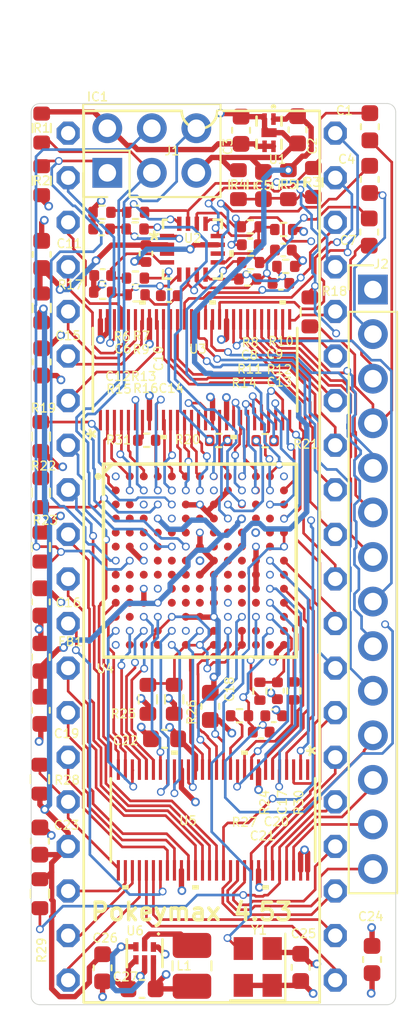
<source format=kicad_pcb>
(kicad_pcb
	(version 20241229)
	(generator "pcbnew")
	(generator_version "9.0")
	(general
		(thickness 1.6)
		(legacy_teardrops no)
	)
	(paper "A4")
	(layers
		(0 "F.Cu" signal)
		(4 "In1.Cu" signal)
		(6 "In2.Cu" signal)
		(2 "B.Cu" signal)
		(13 "F.Paste" user)
		(15 "B.Paste" user)
		(5 "F.SilkS" user "F.Silkscreen")
		(7 "B.SilkS" user "B.Silkscreen")
		(1 "F.Mask" user)
		(3 "B.Mask" user)
		(25 "Edge.Cuts" user)
		(27 "Margin" user)
		(31 "F.CrtYd" user "F.Courtyard")
		(29 "B.CrtYd" user "B.Courtyard")
		(35 "F.Fab" user)
		(33 "B.Fab" user)
	)
	(setup
		(stackup
			(layer "F.SilkS"
				(type "Top Silk Screen")
			)
			(layer "F.Paste"
				(type "Top Solder Paste")
			)
			(layer "F.Mask"
				(type "Top Solder Mask")
				(thickness 0.01)
			)
			(layer "F.Cu"
				(type "copper")
				(thickness 0.035)
			)
			(layer "dielectric 1"
				(type "prepreg")
				(thickness 0.1)
				(material "FR4")
				(epsilon_r 4.5)
				(loss_tangent 0.02)
			)
			(layer "In1.Cu"
				(type "copper")
				(thickness 0.035)
			)
			(layer "dielectric 2"
				(type "core")
				(thickness 1.24)
				(material "FR4")
				(epsilon_r 4.5)
				(loss_tangent 0.02)
			)
			(layer "In2.Cu"
				(type "copper")
				(thickness 0.035)
			)
			(layer "dielectric 3"
				(type "prepreg")
				(thickness 0.1)
				(material "FR4")
				(epsilon_r 4.5)
				(loss_tangent 0.02)
			)
			(layer "B.Cu"
				(type "copper")
				(thickness 0.035)
			)
			(layer "B.Mask"
				(type "Bottom Solder Mask")
				(thickness 0.01)
			)
			(layer "B.Paste"
				(type "Bottom Solder Paste")
			)
			(layer "B.SilkS"
				(type "Bottom Silk Screen")
			)
			(copper_finish "None")
			(dielectric_constraints no)
		)
		(pad_to_mask_clearance 0)
		(allow_soldermask_bridges_in_footprints no)
		(tenting front back)
		(pcbplotparams
			(layerselection 0x00000000_00000000_55555555_5755f5ff)
			(plot_on_all_layers_selection 0x00000000_00000000_00000000_00000000)
			(disableapertmacros no)
			(usegerberextensions no)
			(usegerberattributes yes)
			(usegerberadvancedattributes yes)
			(creategerberjobfile yes)
			(dashed_line_dash_ratio 12.000000)
			(dashed_line_gap_ratio 3.000000)
			(svgprecision 4)
			(plotframeref no)
			(mode 1)
			(useauxorigin no)
			(hpglpennumber 1)
			(hpglpenspeed 20)
			(hpglpendiameter 15.000000)
			(pdf_front_fp_property_popups yes)
			(pdf_back_fp_property_popups yes)
			(pdf_metadata yes)
			(pdf_single_document no)
			(dxfpolygonmode yes)
			(dxfimperialunits yes)
			(dxfusepcbnewfont yes)
			(psnegative no)
			(psa4output no)
			(plot_black_and_white yes)
			(sketchpadsonfab no)
			(plotpadnumbers no)
			(hidednponfab no)
			(sketchdnponfab yes)
			(crossoutdnponfab yes)
			(subtractmaskfromsilk yes)
			(outputformat 1)
			(mirror no)
			(drillshape 0)
			(scaleselection 1)
			(outputdirectory "")
		)
	)
	(net 0 "")
	(net 1 "/FPGA/ADC_IN")
	(net 2 "+5VA")
	(net 3 "Net-(U2-IN4-)")
	(net 4 "unconnected-(U4-IO_UNUSED-PadE1)_26")
	(net 5 "unconnected-(U4-IO_UNUSED-PadE1)_25")
	(net 6 "unconnected-(U4-IO_UNUSED-PadE1)_24")
	(net 7 "unconnected-(U4-IO_UNUSED-PadE1)_23")
	(net 8 "unconnected-(U4-IO_UNUSED-PadE1)_22")
	(net 9 "unconnected-(U4-IO_UNUSED-PadE1)_21")
	(net 10 "unconnected-(U4-IO_UNUSED-PadE1)_20")
	(net 11 "unconnected-(U4-IO_UNUSED-PadE1)_19")
	(net 12 "unconnected-(U4-IO_UNUSED-PadE1)_18")
	(net 13 "unconnected-(U4-IO_UNUSED-PadE1)_17")
	(net 14 "unconnected-(U4-IO_UNUSED-PadE1)_16")
	(net 15 "unconnected-(U4-IO_UNUSED-PadE1)_15")
	(net 16 "unconnected-(U4-IO_UNUSED-PadE1)_14")
	(net 17 "unconnected-(U4-IO_UNUSED-PadE1)_13")
	(net 18 "unconnected-(U4-IO_UNUSED-PadE1)_12")
	(net 19 "unconnected-(U4-IO_UNUSED-PadE1)_11")
	(net 20 "unconnected-(U4-IO_UNUSED-PadE1)_10")
	(net 21 "unconnected-(U4-IO_UNUSED-PadE1)_9")
	(net 22 "unconnected-(U4-IO_UNUSED-PadE1)_8")
	(net 23 "unconnected-(U4-IO_UNUSED-PadE1)_7")
	(net 24 "unconnected-(U4-IO_UNUSED-PadE1)_6")
	(net 25 "unconnected-(U4-IO_UNUSED-PadE1)_5")
	(net 26 "unconnected-(U4-IO_UNUSED-PadE1)_4")
	(net 27 "unconnected-(U4-IO_UNUSED-PadE1)_3")
	(net 28 "unconnected-(U4-IO_UNUSED-PadE1)_2")
	(net 29 "unconnected-(U4-IO_UNUSED-PadE1)_1")
	(net 30 "unconnected-(U5-NC-Pad1)")
	(net 31 "unconnected-(U2-NC-Pad10)")
	(net 32 "/Level shifter/LOUT2.B17")
	(net 33 "/Level shifter/LOUT2.B2")
	(net 34 "/Level shifter/LOUT2.B7")
	(net 35 "/Level shifter/LOUT2.B4")
	(net 36 "/Level shifter/LOUT2.B8")
	(net 37 "/Level shifter/LOUT2.B20")
	(net 38 "/Level shifter/LOUT2.B5")
	(net 39 "unconnected-(U3-NC-Pad1)")
	(net 40 "/Level shifter/LOUT2.B19")
	(net 41 "/Level shifter/LOUT2.B23")
	(net 42 "/Level shifter/LOUT2.B9")
	(net 43 "/Level shifter/LOUT2.B22")
	(net 44 "/Level shifter/LOUT2.B16")
	(net 45 "/Level shifter/LOUT2.B14")
	(net 46 "/Level shifter/LOUT2.B21")
	(net 47 "/Level shifter/LOUT2.B11")
	(net 48 "/Level shifter/LOUT2.B24")
	(net 49 "/Level shifter/LOUT2.B3")
	(net 50 "/Level shifter/LOUT2.B6")
	(net 51 "/Level shifter/LOUT2.B18")
	(net 52 "/Level shifter/LOUT2.B15")
	(net 53 "/Level shifter/LOUT2.B12")
	(net 54 "/Level shifter/LOUT2.B13")
	(net 55 "/Level shifter/LOUT2.B1")
	(net 56 "/Level shifter/LOUT1.B20")
	(net 57 "/Level shifter/LOUT1.B18")
	(net 58 "/Level shifter/LOUT1.B16")
	(net 59 "/Level shifter/LOUT1.B17")
	(net 60 "/Level shifter/LOUT1.B7")
	(net 61 "/Level shifter/LOUT1.B15")
	(net 62 "/Level shifter/LOUT1.B9")
	(net 63 "/Level shifter/LOUT1.B1")
	(net 64 "/Level shifter/LOUT1.B3")
	(net 65 "/Level shifter/LOUT1.B6")
	(net 66 "/Level shifter/LOUT1.B10")
	(net 67 "/Level shifter/LOUT1.B11")
	(net 68 "/Level shifter/LOUT1.B14")
	(net 69 "unconnected-(U2-NC-Pad3)")
	(net 70 "/Level shifter/LOUT1.B23")
	(net 71 "/Level shifter/LOUT1.B21")
	(net 72 "/Level shifter/LOUT1.B4")
	(net 73 "/Level shifter/LOUT1.B8")
	(net 74 "/Level shifter/LOUT1.B12")
	(net 75 "/Level shifter/LOUT1.B19")
	(net 76 "/Level shifter/LOUT1.B2")
	(net 77 "/Level shifter/LOUT1.B24")
	(net 78 "/Level shifter/LOUT1.B5")
	(net 79 "/Level shifter/LOUT1.B13")
	(net 80 "Net-(U6-SW)")
	(net 81 "/FPGA/LIN2.A12")
	(net 82 "unconnected-(U4-BB$9-PadK6)")
	(net 83 "unconnected-(U4-BB$23-PadJ8)")
	(net 84 "/FPGA/LIN1.A17")
	(net 85 "/FPGA/LIN1.A3")
	(net 86 "unconnected-(U4-BB$4-PadL2)")
	(net 87 "unconnected-(U4-TB$10-PadD12)")
	(net 88 "/FPGA/LIN1.A11")
	(net 89 "/FPGA/LIN2.A24")
	(net 90 "/FPGA/LIN2.A4")
	(net 91 "unconnected-(U4-BB$3-PadK2)")
	(net 92 "/FPGA/LIN1.A8")
	(net 93 "/FPGA/LIN2.A19")
	(net 94 "/FPGA/LIN2.A7")
	(net 95 "/FPGA/LIN2.A21")
	(net 96 "Net-(U4-CLK2)")
	(net 97 "/FPGA/LIN2.A16")
	(net 98 "/FPGA/LIN2.A13")
	(net 99 "/FPGA/LIN2.A15")
	(net 100 "unconnected-(U4-TB$7-PadC11)")
	(net 101 "unconnected-(U4-B$20-PadN11)")
	(net 102 "/FPGA/LIN2.A2")
	(net 103 "/FPGA/LIN2.A6")
	(net 104 "/FPGA/LIN2.A3")
	(net 105 "/FPGA/LIN2.A20")
	(net 106 "/FPGA/LIN2.A1")
	(net 107 "/FPGA/LIN1.A1")
	(net 108 "/FPGA/LIN1.A21")
	(net 109 "/FPGA/LIN1.A4")
	(net 110 "unconnected-(U4-CONFIG_SEL-PadD7)")
	(net 111 "/FPGA/LIN1.A24")
	(net 112 "/FPGA/LIN1.A14")
	(net 113 "/FPGA/LIN2.A23")
	(net 114 "/FPGA/LIN1.A23")
	(net 115 "unconnected-(U4-BB$11-PadK8)")
	(net 116 "/FPGA/LIN1.A18")
	(net 117 "/FPGA/LIN1.A10")
	(net 118 "/FPGA/LIN1.A7")
	(net 119 "unconnected-(U4-NC-PadD2)")
	(net 120 "unconnected-(U4-BB$12-PadK10)")
	(net 121 "unconnected-(U4-CRC_ERROR-PadD6)")
	(net 122 "unconnected-(U4-BB$20-PadJ5)")
	(net 123 "unconnected-(U4-TB$2-PadD1)")
	(net 124 "/FPGA/LIN1.A15")
	(net 125 "/FPGA/LIN1.A2")
	(net 126 "/FPGA/LIN1.A6")
	(net 127 "/FPGA/LIN2.A18")
	(net 128 "unconnected-(U4-JTAG_EN-PadE5)")
	(net 129 "unconnected-(U4-B$22-PadN12)")
	(net 130 "unconnected-(U4-BB$22-PadJ7)")
	(net 131 "/FPGA/LIN2.A10")
	(net 132 "/FPGA/LIN1.A19")
	(net 133 "unconnected-(U4-BB$21-PadJ6)")
	(net 134 "unconnected-(U4-TB$1-PadC1)")
	(net 135 "unconnected-(U4-CLK0-PadH6)")
	(net 136 "/FPGA/LIN1.A9")
	(net 137 "/FPGA/LIN2.A22")
	(net 138 "/FPGA/LIN1.A5")
	(net 139 "/FPGA/LIN2.A8")
	(net 140 "/FPGA/LIN1.A20")
	(net 141 "unconnected-(U4-TB$3-PadC2)")
	(net 142 "/FPGA/LIN1.A22")
	(net 143 "/FPGA/NC1")
	(net 144 "/FPGA/LIN2.A5")
	(net 145 "unconnected-(U4-TB$8-PadD11)")
	(net 146 "/FPGA/LIN2.A14")
	(net 147 "unconnected-(U4-NC-PadE2)")
	(net 148 "unconnected-(U4-BB$10-PadK7)")
	(net 149 "/FPGA/LIN1.A16")
	(net 150 "unconnected-(U4-B$3-PadN2)")
	(net 151 "/FPGA/LIN2.A9")
	(net 152 "unconnected-(U4-BB$14-PadK11)")
	(net 153 "unconnected-(U4-TB$11-PadC13)")
	(net 154 "unconnected-(U4-B$5-PadN3)")
	(net 155 "unconnected-(U4-CLK1-PadH4)")
	(net 156 "unconnected-(U4-NC-PadD3)")
	(net 157 "/FPGA/LIN2.A17")
	(net 158 "/FPGA/LIN2.A11")
	(net 159 "/FPGA/LIN1.A13")
	(net 160 "unconnected-(U4-IO_UNUSED-PadE1)")
	(net 161 "/FPGA/LIN1.A12")
	(net 162 "unconnected-(U4-BB$7-PadK5)")
	(net 163 "/ADC/ADC_TX")
	(net 164 "/FPGA/PTHRES")
	(net 165 "/Audio output/AUDR")
	(net 166 "/Audio output/AUDL")
	(net 167 "/Audio output/AUDINT")
	(net 168 "/ADC/AUD_IN")
	(net 169 "/ADC/AUD_IN_BIAS")
	(net 170 "/ADC/ADC_RX")
	(net 171 "+3.3VA")
	(net 172 "+2V5")
	(net 173 "+5V")
	(net 174 "/FPGA/OSC_CLOCK")
	(net 175 "/Audio output/AUD_IN_AMP")
	(net 176 "Net-(U2-IN2-)")
	(net 177 "Net-(U4-NSTATUS)")
	(net 178 "Net-(U4-CONF_DONE)")
	(net 179 "/Audio output/AUD_INT_OUT")
	(net 180 "Net-(U2-IN3-)")
	(net 181 "/ADC/AUD_VBIAS")
	(net 182 "Net-(U2-IN1-)")
	(net 183 "Net-(J1-Pin_6)")
	(net 184 "/FPGA/TMS")
	(net 185 "/FPGA/TCK")
	(net 186 "+3.3V")
	(net 187 "/FPGA/TDI")
	(net 188 "/Level shifter/LOUT1.B22")
	(net 189 "Net-(U2-IN2+)")
	(net 190 "Net-(U2-IN3+)")
	(net 191 "Net-(U2-OUT3)")
	(net 192 "GND")
	(net 193 "Net-(U2-IN+)")
	(net 194 "/Audio output/AUDROUT")
	(net 195 "Net-(U2-OUT2)")
	(net 196 "/Audio output/AUDLOUT")
	(net 197 "Net-(R11-Pad1)")
	(net 198 "Net-(R13-Pad1)")
	(net 199 "Net-(U4-BB$19)")
	(net 200 "Net-(U4-T$6)")
	(footprint "Capacitor_SMD:C_0402_1005Metric" (layer "F.Cu") (at 24.2 28.8 -90))
	(footprint "Resistor_SMD:R_0402_1005Metric" (layer "F.Cu") (at 30.175 29.31))
	(footprint "Resistor_SMD:R_0603_1608Metric" (layer "F.Cu") (at 33.55 32.125 90))
	(footprint "Inductor_SMD:L_1008_2520Metric_Pad1.43x2.20mm_HandSolder" (layer "F.Cu") (at 26.825 69.386204 -90))
	(footprint "Resistor_SMD:R_0402_1005Metric" (layer "F.Cu") (at 31 39.46))
	(footprint "Capacitor_SMD:C_0603_1608Metric" (layer "F.Cu") (at 36.939056 27.575 -90))
	(footprint "Capacitor_SMD:C_0603_1608Metric" (layer "F.Cu") (at 21.725 69.498704 -90))
	(footprint "Capacitor_SMD:C_0603_1608Metric" (layer "F.Cu") (at 23.975 70.698704 180))
	(footprint "Connector_PinHeader_2.54mm:PinHeader_2x03_P2.54mm_Vertical" (layer "F.Cu") (at 21.995 24.2 90))
	(footprint "Capacitor_SMD:C_0603_1608Metric" (layer "F.Cu") (at 37.1 69.025 -90))
	(footprint "tsv854:QFN16_3X3_STM" (layer "F.Cu") (at 26.849999 28.5522))
	(footprint "Capacitor_SMD:C_0603_1608Metric" (layer "F.Cu") (at 18.25 28.85 90))
	(footprint "Capacitor_SMD:C_0603_1608Metric" (layer "F.Cu") (at 25.26 56.45 180))
	(footprint "Resistor_SMD:R_0402_1005Metric" (layer "F.Cu") (at 32.18 29.53))
	(footprint "Resistor_SMD:R_0603_1608Metric" (layer "F.Cu") (at 25.81 54.2 -90))
	(footprint "Resistor_SMD:R_0402_1005Metric" (layer "F.Cu") (at 24.242719 39.44))
	(footprint "Capacitor_SMD:C_0603_1608Metric" (layer "F.Cu") (at 27.87 54.6 -90))
	(footprint "Resistor_SMD:R_0402_1005Metric" (layer "F.Cu") (at 28.35 39.45 180))
	(footprint "Resistor_SMD:R_0402_1005Metric" (layer "F.Cu") (at 23.58 27.4 180))
	(footprint "Resistor_SMD:R_0402_1005Metric" (layer "F.Cu") (at 21.73 31 180))
	(footprint "Oscillator:Oscillator_SMD_Abracon_ASE-4Pin_3.2x2.5mm" (layer "F.Cu") (at 30.57776 69.448704 90))
	(footprint "Inductor_SMD:L_0603_1608Metric" (layer "F.Cu") (at 18.2 51.8 -90))
	(footprint "Capacitor_SMD:C_0603_1608Metric" (layer "F.Cu") (at 18.25 34.975 90))
	(footprint "Capacitor_SMD:C_0402_1005Metric" (layer "F.Cu") (at 25.53 31.2 180))
	(footprint "sn74cb3t16211:DGV56-L"
		(layer "F.Cu")
		(uuid "5a47761e-8741-48b8-8293-0d30c52f6f9a")
		(at 28.025 61.075 -90)
		(tags "SN74CB3T16211DGVR ")
		(property "Reference" "U5"
			(at 0.035 1.425 0)
			(unlocked yes)
			(layer "F.SilkS")
			(uuid "768b4f50-0633-4f2e-8d12-05bc7dde7c2f")
			(effects
				(font
					(size 0.5 0.5)
					(thickness 0.08)
					(bold yes)
				)
			)
		)
		(property "Value" "SN74CB3T16211DGVR"
			(at 0 0 270)
			(unlocked yes)
			(layer "F.Fab")
			(uuid "1241fc09-de87-4138-b25a-7f2ff290ea0a")
			(effects
				(font
					(size 1 1)
					(thickness 0.15)
				)
			)
		)
		(property "Datasheet" "SN74CB3T16211DGVR"
			(at 0 0 270)
			(layer "F.Fab")
			(hide yes)
			(uuid "dde0a758-1f14-4ec6-9859-0f7ca4582702")
			(effects
				(font
					(size 1.27 1.27)
					(thickness 0.15)
				)
			)
		)
		(property "Description" ""
			(at 0 0 270)
			(layer "F.Fab")
			(hide yes)
			(uuid "54850b1b-c4db-4398-b2e8-b95e69e0475c")
			(effects
				(font
					(size 1.27 1.27)
					(thickness 0.15)
				)
			)
		)
		(property ki_fp_filters "DGV56 DGV56-M DGV56-L")
		(path "/9960f3de-f40f-4029-80a8-5406de02e1f2/460e25b4-4040-4579-820f-f6b841a22f3e")
		(sheetname "/Level shifter/")
		(sheetfile "level_shifters.kicad_sch")
		(attr smd)
		(fp_line
			(start -2.3749 5.8293)
			(end 2.3749 5.8293)
			(stroke
				(width 0.1524)
				(type solid)
			)
			(layer "F.SilkS")
			(uuid "c1bb301a-1089-41c7-930a-e158487c205f")
		)
		(fp_line
			(start 2.3749 -5.8293)
			(end -2.3749 -5.8293)
			(stroke
				(width 0.1524)
				(type solid)
			)
			(layer "F.SilkS")
			(uuid "100e2414-d63b-4dcf-bd01-7b3a89a894b1")
		)
		(fp_poly
			(pts
				(xy 3.9624 4.8095) (xy 3.9624 5.1905) (xy 3.7084 5.1905) (xy 3.7084 4.8095)
			)
			(stroke
				(width 0)
				(type solid)
			)
			(fill yes)
			(layer "F.SilkS")
			(uuid "a85a664b-d532-42ea-bd78-a40e21031a14")
		)
		(fp_poly
			(pts
				(xy -3.9624 2.009501) (xy -3.9624 2.390501) (xy -3.7084 2.390501) (xy -3.7084 2.009501)
			)
			(stroke
				(width 0)
				(type solid)
			)
			(fill yes)
			(layer "F.SilkS")
			(uuid "ded641b8-da5e-42b6-89d4-df0b3fccc632")
		)
		(fp_poly
			(pts
				(xy 3.9624 0.809501) (xy 3.9624 1.190501) (xy 3.7084 1.190501) (xy 3.7084 0.809501)
			)
			(stroke
				(width 0)
				(type solid)
			)
			(fill yes)
			(layer "F.SilkS")
			(uuid "5b90123f-4425-4ab4-9142-f5336bea69e4")
		)
		(fp_poly
			(pts
				(xy -3.9624 -1.990499) (xy -3.9624 -1.609499) (xy -3.7084 -1.609499) (xy -3.7084 -1.990499)
			)
			(stroke
				(width 0)
				(type solid)
			)
			(fill yes)
			(layer "F.SilkS")
			(uuid "f58b20a9-d480-48e1-96bc-c31c446dc041")
		)
		(fp_poly
			(pts
				(xy 3.9624 -3.190499) (xy 3.9624 -2.809499) (xy 3.7084 -2.809499) (xy 3.7084 -3.190499)
			)
			(stroke
				(width 0)
				(type solid)
			)
			(fill yes)
			(layer "F.SilkS")
			(uuid "c5e2d548-96f1-4159-a0ba-45bb37fd95d3")
		)
		(fp_line
			(start -2.3495 5.8039)
			(end -2.3495 5.590499)
			(stroke
				(width 0.1524)
				(type solid)
			)
			(layer "F.CrtYd")
			(uuid "489f4a18-336c-4148-b89e-8fc27ddbd40f")
		)
		(fp_line
			(start 2.3495 5.8039)
			(end -2.3495 5.8039)
			(stroke
				(width 0.1524)
				(type solid)
			)
			(layer "F.CrtYd")
			(uuid "d9374bf2-0e21-4ad3-a2d3-8d4ad1289a24")
		)
		(fp_line
			(start -3.556 5.590499)
			(end -2.3495 5.590499)
			(stroke
				(width 0.1524)
				(type solid)
			)
			(layer "F.CrtYd")
			(uuid "43aa0d04-02cf-4319-b4d7-5f54da2c3587")
		)
		(fp_line
			(start -3.556 5.590499)
			(end -3.556 -5.590499)
			(stroke
				(width 0.1524)
				(type solid)
			)
			(layer "F.CrtYd")
			(uuid "5091d0f1-c549-41b9-a4e7-d48531b82792")
		)
		(fp_line
			(start 2.3495 5.590499)
			(end 2.3495 5.8039)
			(stroke
				(width 0.1524)
				(type solid)
			)
			(layer "F.CrtYd")
			(uuid "1acfdc87-7ddb-4ff6-8a55-ad2e720697eb")
		)
		(fp_line
			(start 3.556 5.590499)
			(end 2.3495 5.590499)
			(stroke
				(width 0.1524)
				(type solid)
			)
			(layer "F.CrtYd")
			(uuid "2f8c156d-a350-479c-88d2-d9207b3060d7")
		)
		(fp_line
			(start -3.556 -5.590499)
			(end -2.3495 -5.590499)
			(stroke
				(width 0.1524)
				(type solid)
			)
			(layer "F.CrtYd")
			(uuid "79d020f9-5aac-4bed-8852-4cf706f1e20d")
		)
		(fp_line
			(start -2.3495 -5.590499)
			(end -2.3495 -5.8039)
			(stroke
				(width 0.1524)
				(type solid)
			)
			(layer "F.CrtYd")
			(uuid "c67eeb13-3b8b-49cd-bf56-11308ac96f2b")
		)
		(fp_line
			(start 3.556 -5.590499)
			(end 3.556 5.590499)
			(stroke
				(width 0.1524)
				(type solid)
			)
			(layer "F.CrtYd")
			(uuid "8ea042ed-2f10-402a-87d7-42f1c0f6cf3a")
		)
		(fp_line
			(start 3.556 -5.590499)
			(end 2.3495 -5.590499)
			(stroke
				(width 0.1524)
				(type solid)
			)
			(layer "F.CrtYd")
			(uuid "86820121-4ee6-4261-8bbc-90e41c56bf11")
		)
		(fp_line
			(start -2.3495 -5.8039)
			(end 2.3495 -5.8039)
			(stroke
				(width 0.1524)
				(type solid)
			)
			(layer "F.CrtYd")
			(uuid "40528374-6198-469f-8bd1-c422ff75005f")
		)
		(fp_line
			(start 2.3495 -5.8039)
			(end 2.3495 -5.590499)
			(stroke
				(width 0.1524)
				(type solid)
			)
			(layer "F.CrtYd")
			(uuid "9f5e158b-5ff6-4499-96f9-ebc43a76c602")
		)
		(fp_line
			(start -2.2479 5.7023)
			(end 2.2479 5.7023)
			(stroke
				(width 0.0254)
				(type solid)
			)
			(layer "F.Fab")
			(uuid "f7bd8a7a-fb4f-4ff6-998b-f1b193f668a6")
		)
		(fp_line
			(start 2.2479 5.7023)
			(end 2.2479 -5.7023)
			(stroke
				(width 0.0254)
				(type solid)
			)
			(layer "F.Fab")
			(uuid "4aeac01a-717c-4fbc-9b3a-22db7155e0f3")
		)
		(fp_line
			(start -3.302 5.514299)
			(end -2.2479 5.514299)
			(stroke
				(width 0.0254)
				(type solid)
			)
			(layer "F.Fab")
			(uuid "5bf177ce-a2bf-4b7a-b476-fcacdf99cb0a")
		)
		(fp_line
			(start -2.2479 5.514299)
			(end -2.2479 5.285699)
			(stroke
				(width 0.0254)
				(type solid)
			)
			(layer "F.Fab")
			(uuid "a7b1e128-f35d-4bec-8bf7-54b7e72290d3")
		)
		(fp_line
			(start 2.2479 5.514299)
			(end 3.302 5.514299)
			(stroke
				(width 0.0254)
				(type solid)
			)
			(layer "F.Fab")
			(uuid "14ec0d66-b29c-4368-b01c-6be7b710aa4e")
		)
		(fp_line
			(start 3.302 5.514299)
			(end 3.302 5.285699)
			(stroke
				(width 0.0254)
				(type solid)
			)
			(layer "F.Fab")
			(uuid "b0cd9027-9dcd-42cb-9fc3-8ff105d21b29")
		)
		(fp_line
			(start -3.302 5.285699)
			(end -3.302 5.514299)
			(stroke
				(width 0.0254)
				(type solid)
			)
			(layer "F.Fab")
			(uuid "4383ca95-2673-4374-b71f-2636ba8de846")
		)
		(fp_line
			(start -2.2479 5.285699)
			(end -3.302 5.285699)
			(stroke
				(width 0.0254)
				(type solid)
			)
			(layer "F.Fab")
			(uuid "aa3ecbd0-4e97-4c89-9617-916154f5397d")
		)
		(fp_line
			(start 2.2479 5.285699)
			(end 2.2479 5.514299)
			(stroke
				(width 0.0254)
				(type solid)
			)
			(layer "F.Fab")
			(uuid "ef284c3b-5967-459f-bdac-ca5c7dacfbae")
		)
		(fp_line
			(start 3.302 5.285699)
			(end 2.2479 5.285699)
			(stroke
				(width 0.0254)
				(type solid)
			)
			(layer "F.Fab")
			(uuid "167e21b4-2579-4a78-aa33-67ddff3c4659")
		)
		(fp_line
			(start 2.2479 5.1143)
			(end 3.302 5.1143)
			(stroke
				(width 0.0254)
				(type solid)
			)
			(layer "F.Fab")
			(uuid "5a6ea589-404b-40d3-a849-50f9fa40c8df")
		)
		(fp_line
			(start 3.302 5.1143)
			(end 3.302 4.8857)
			(stroke
				(width 0.0254)
				(type solid)
			)
			(layer "F.Fab")
			(uuid "a448e5ac-d17c-43fe-bf5c-bcdf3ce32ebc")
		)
		(fp_line
			(start -3.302 5.114299)
			(end -2.2479 5.114299)
			(stroke
				(width 0.0254)
				(type solid)
			)
			(layer "F.Fab")
			(uuid "40da6c3a-8638-49c2-a09f-3291b85a942b")
		)
		(fp_line
			(start -2.2479 5.114299)
			(end -2.2479 4.885699)
			(stroke
				(width 0.0254)
				(type solid)
			)
			(layer "F.Fab")
			(uuid "3ded6234-cd11-45d4-a3ba-729ea0d9898a")
		)
		(fp_line
			(start 2.2479 4.8857)
			(end 2.2479 5.1143)
			(stroke
				(width 0.0254)
				(type solid)
			)
			(layer "F.Fab")
			(uuid "b483ffd1-c232-4dcf-bc75-a5da1dcb47d1")
		)
		(fp_line
			(start 3.302 4.8857)
			(end 2.2479 4.8857)
			(stroke
				(width 0.0254)
				(type solid)
			)
			(layer "F.Fab")
			(uuid "aab6eb42-f547-49ff-9b5c-ba9b42df9675")
		)
		(fp_line
			(start -3.302 4.885699)
			(end -3.302 5.114299)
			(stroke
				(width 0.0254)
				(type solid)
			)
			(layer "F.Fab")
			(uuid "620f8de2-ddbf-4931-a501-e2009e95f1d9")
		)
		(fp_line
			(start -2.2479 4.885699)
			(end -3.302 4.885699)
			(stroke
				(width 0.0254)
				(type solid)
			)
			(layer "F.Fab")
			(uuid "fa9a0457-1735-472c-bc24-07137defe5de")
		)
		(fp_line
			(start 2.2479 4.7143)
			(end 3.302 4.7143)
			(stroke
				(width 0.0254)
				(type solid)
			)
			(layer "F.Fab")
			(uuid "8c49b59d-ba2e-4031-8f8a-7abe56ea4960")
		)
		(fp_line
			(start 3.302 4.7143)
			(end 3.302 4.4857)
			(stroke
				(width 0.0254)
				(type solid)
			)
			(layer "F.Fab")
			(uuid "39c569b7-f59c-429b-b0ab-91ef8ec20bce")
		)
		(fp_line
			(start -3.302 4.714299)
			(end -2.2479 4.714299)
			(stroke
				(width 0.0254)
				(type solid)
			)
			(layer "F.Fab")
			(uuid "e7a9678e-0520-47a4-9dd6-4276d9662397")
		)
		(fp_line
			(start -2.2479 4.714299)
			(end -2.2479 4.485699)
			(stroke
				(width 0.0254)
				(type solid)
			)
			(layer "F.Fab")
			(uuid "12a5703b-909e-4942-a39b-c5e79b8ba8d3")
		)
		(fp_line
			(start 2.2479 4.4857)
			(end 2.2479 4.7143)
			(stroke
				(width 0.0254)
				(type solid)
			)
			(layer "F.Fab")
			(uuid "834c6495-2190-4fab-a599-b2a3830f5331")
		)
		(fp_line
			(start 3.302 4.4857)
			(end 2.2479 4.4857)
			(stroke
				(width 0.0254)
				(type solid)
			)
			(layer "F.Fab")
			(uuid "bb6f8d02-0423-4ba2-800f-ade24ea46b14")
		)
		(fp_line
			(start -3.302 4.485699)
			(end -3.302 4.714299)
			(stroke
				(width 0.0254)
				(type solid)
			)
			(layer "F.Fab")
			(uuid "8c2ae750-36d3-4c99-8b0c-5f62fd20370c")
		)
		(fp_line
			(start -2.2479 4.485699)
			(end -3.302 4.485699)
			(stroke
				(width 0.0254)
				(type solid)
			)
			(layer "F.Fab")
			(uuid "8533881a-694b-4b14-bd77-9119232c7e27")
		)
		(fp_line
			(start 2.2479 4.3143)
			(end 3.302 4.3143)
			(stroke
				(width 0.0254)
				(type solid)
			)
			(layer "F.Fab")
			(uuid "96876249-76fc-410d-ab61-535a24cb35a2")
		)
		(fp_line
			(start 3.302 4.3143)
			(end 3.302 4.0857)
			(stroke
				(width 0.0254)
				(type solid)
			)
			(layer "F.Fab")
			(uuid "fd17ca68-756c-42b1-8c6f-63ef8bff6d78")
		)
		(fp_line
			(start -3.302 4.314299)
			(end -2.2479 4.314299)
			(stroke
				(width 0.0254)
				(type solid)
			)
			(layer "F.Fab")
			(uuid "f0be4aa7-c3b3-4486-84ab-ec16d47cdce6")
		)
		(fp_line
			(start -2.2479 4.314299)
			(end -2.2479 4.085699)
			(stroke
				(width 0.0254)
				(type solid)
			)
			(layer "F.Fab")
			(uuid "8bce1f5d-d997-4fe6-b66e-fece37d24091")
		)
		(fp_line
			(start 2.2479 4.0857)
			(end 2.2479 4.3143)
			(stroke
				(width 0.0254)
				(type solid)
			)
			(layer "F.Fab")
			(uuid "a98987be-c8a0-4ea6-aecf-91e00f664e91")
		)
		(fp_line
			(start 3.302 4.0857)
			(end 2.2479 4.0857)
			(stroke
				(width 0.0254)
				(type solid)
			)
			(layer "F.Fab")
			(uuid "abadbd5d-94cf-46d5-9f5f-8bf1d26b2483")
		)
		(fp_line
			(start -3.302 4.085699)
			(end -3.302 4.314299)
			(stroke
				(width 0.0254)
				(type solid)
			)
			(layer "F.Fab")
			(uuid "1145dd10-ebcb-4c65-93fb-7c55a23ec923")
		)
		(fp_line
			(start -2.2479 4.085699)
			(end -3.302 4.085699)
			(stroke
				(width 0.0254)
				(type solid)
			)
			(layer "F.Fab")
			(uuid "a156afb6-cd33-4d0f-a7ba-1949a06bf5f1")
		)
		(fp_line
			(start -3.302 3.9143)
			(end -2.2479 3.9143)
			(stroke
				(width 0.0254)
				(type solid)
			)
			(layer "F.Fab")
			(uuid "49c0a5fc-6dc7-4563-913a-3c4d8f31cd59")
		)
		(fp_line
			(start -2.2479 3.9143)
			(end -2.2479 3.6857)
			(stroke
				(width 0.0254)
				(type solid)
			)
			(layer "F.Fab")
			(uuid "c3d7d430-dbc8-4b7f-ae30-088e4dd88a60")
		)
		(fp_line
			(start 2.2479 3.9143)
			(end 3.302 3.9143)
			(stroke
				(width 0.0254)
				(type solid)
			)
			(layer "F.Fab")
			(uuid "930f6d81-b584-4fb7-9747-83b98a9a1c57")
		)
		(fp_line
			(start 3.302 3.9143)
			(end 3.302 3.6857)
			(stroke
				(width 0.0254)
				(type solid)
			)
			(layer "F.Fab")
			(uuid "d90b0e3d-a48a-42d7-bf37-7383a817043c")
		)
		(fp_line
			(start -3.302 3.6857)
			(end -3.302 3.9143)
			(stroke
				(width 0.0254)
				(type solid)
			)
			(layer "F.Fab")
			(uuid "512d04d7-a74f-4528-a5dc-6eb525f457c4")
		)
		(fp_line
			(start -2.2479 3.6857)
			(end -3.302 3.6857)
			(stroke
				(width 0.0254)
				(type solid)
			)
			(layer "F.Fab")
			(uuid "ccc20c3d-1223-47a4-8d2b-b5d57eab57a6")
		)
		(fp_line
			(start 2.2479 3.6857)
			(end 2.2479 3.9143)
			(stroke
				(width 0.0254)
				(type solid)
			)
			(layer "F.Fab")
			(uuid "908f3b61-4004-4dd7-ba92-8415a689dc1e")
		)
		(fp_line
			(start 3.302 3.6857)
			(end 2.2479 3.6857)
			(stroke
				(width 0.0254)
				(type solid)
			)
			(layer "F.Fab")
			(uuid "439b66a9-8665-4ee6-8cb1-0dee964c9fb9")
		)
		(fp_line
			(start -3.302 3.5143)
			(end -2.2479 3.5143)
			(stroke
				(width 0.0254)
				(type solid)
			)
			(layer "F.Fab")
			(uuid "a66a83c8-f967-432b-b19f-7b0bef3d9669")
		)
		(fp_line
			(start -2.2479 3.5143)
			(end -2.2479 3.2857)
			(stroke
				(width 0.0254)
				(type solid)
			)
			(layer "F.Fab")
			(uuid "089ef999-9afb-403d-bca9-03a96c510140")
		)
		(fp_line
			(start 2.2479 3.5143)
			(end 3.302 3.5143)
			(stroke
				(width 0.0254)
				(type solid)
			)
			(layer "F.Fab")
			(uuid "2a961144-64c8-48c6-ae40-de51909cf887")
		)
		(fp_line
			(start 3.302 3.5143)
			(end 3.302 3.2857)
			(stroke
				(width 0.0254)
				(type solid)
			)
			(layer "F.Fab")
			(uuid "003c5519-79d3-4b34-9c4b-5fb4ae8ac90a")
		)
		(fp_line
			(start -3.302 3.2857)
			(end -3.302 3.5143)
			(stroke
				(width 0.0254)
				(type solid)
			)
			(layer "F.Fab")
			(uuid "5b047f98-f26e-4d62-9dc2-df18ac837f21")
		)
		(fp_line
			(start -2.2479 3.2857)
			(end -3.302 3.2857)
			(stroke
				(width 0.0254)
				(type solid)
			)
			(layer "F.Fab")
			(uuid "0a49ef77-0200-4b56-8ff7-d72a03932945")
		)
		(fp_line
			(start 2.2479 3.2857)
			(end 2.2479 3.5143)
			(stroke
				(width 0.0254)
				(type solid)
			)
			(layer "F.Fab")
			(uuid "b1bacaf4-d440-4cea-88f9-233c07a33190")
		)
		(fp_line
			(start 3.302 3.2857)
			(end 2.2479 3.2857)
			(stroke
				(width 0.0254)
				(type solid)
			)
			(layer "F.Fab")
			(uuid "62f02914-9a33-4e03-978e-f94201919c41")
		)
		(fp_line
			(start -3.302 3.1143)
			(end -2.2479 3.1143)
			(stroke
				(width 0.0254)
				(type solid)
			)
			(layer "F.Fab")
			(uuid "92608ffa-fdbf-445b-a7e0-75d659eae378")
		)
		(fp_line
			(start -2.2479 3.1143)
			(end -2.2479 2.8857)
			(stroke
				(width 0.0254)
				(type solid)
			)
			(layer "F.Fab")
			(uuid "02242c40-463a-4e6f-b9ec-ca7ffe63c90d")
		)
		(fp_line
			(start 2.2479 3.1143)
			(end 3.302 3.1143)
			(stroke
				(width 0.0254)
				(type solid)
			)
			(layer "F.Fab")
			(uuid "98e5160d-65a1-49ee-b6fb-190210c9c259")
		)
		(fp_line
			(start 3.302 3.1143)
			(end 3.302 2.8857)
			(stroke
				(width 0.0254)
				(type solid)
			)
			(layer "F.Fab")
			(uuid "379bf20d-6ef9-4a81-a10c-bd6e31702d37")
		)
		(fp_line
			(start -3.302 2.8857)
			(end -3.302 3.1143)
			(stroke
				(width 0.0254)
				(type solid)
			)
			(layer "F.Fab")
			(uuid "c4238c69-d101-412b-87da-93ff942b255a")
		)
		(fp_line
			(start -2.2479 2.8857)
			(end -3.302 2.8857)
			(stroke
				(width 0.0254)
				(type solid)
			)
			(layer "F.Fab")
			(uuid "dd16bac1-ef24-48a9-a3bb-747b8709d1ad")
		)
		(fp_line
			(start 2.2479 2.8857)
			(end 2.2479 3.1143)
			(stroke
				(width 0.0254)
				(type solid)
			)
			(layer "F.Fab")
			(uuid "f2d8659a-c17b-4001-8079-916cf616f321")
		)
		(fp_line
			(start 3.302 2.8857)
			(end 2.2479 2.8857)
			(stroke
				(width 0.0254)
				(type solid)
			)
			(layer "F.Fab")
			(uuid "bc37af91-0c2c-4a04-831e-5b06e0dcbe77")
		)
		(fp_line
			(start -3.302 2.7143)
			(end -2.2479 2.7143)
			(stroke
				(width 0.0254)
				(type solid)
			)
			(layer "F.Fab")
			(uuid "bf006efe-dd33-4a53-bcba-801e484eb9b5")
		)
		(fp_line
			(start -2.2479 2.7143)
			(end -2.2479 2.4857)
			(stroke
				(width 0.0254)
				(type solid)
			)
			(layer "F.Fab")
			(uuid "2dee6f0c-357d-444f-a903-5c00ddb958c3")
		)
		(fp_line
			(start 2.2479 2.7143)
			(end 3.302 2.7143)
			(stroke
				(width 0.0254)
				(type solid)
			)
			(layer "F.Fab")
			(uuid "0fbfe7ce-4b29-4dc1-ae8c-e12db3308d25")
		)
		(fp_line
			(start 3.302 2.7143)
			(end 3.302 2.4857)
			(stroke
				(width 0.0254)
				(type solid)
			)
			(layer "F.Fab")
			(uuid "860b38f9-6aae-4cb8-a322-d7408f2907df")
		)
		(fp_line
			(start -3.302 2.4857)
			(end -3.302 2.7143)
			(stroke
				(width 0.0254)
				(type solid)
			)
			(layer "F.Fab")
			(uuid "86d969c4-c987-434c-bfee-a1fefb35a0c7")
		)
		(fp_line
			(start -2.2479 2.4857)
			(end -3.302 2.4857)
			(stroke
				(width 0.0254)
				(type solid)
			)
			(layer "F.Fab")
			(uuid "bc43b641-3bee-48d2-a858-4cd587d5453a")
		)
		(fp_line
			(start 2.2479 2.4857)
			(end 2.2479 2.7143)
			(stroke
				(width 0.0254)
				(type solid)
			)
			(layer "F.Fab")
			(uuid "ad7e9809-7cf5-4a02-9805-73b3ffa92781")
		)
		(fp_line
			(start 3.302 2.4857)
			(end 2.2479 2.4857)
			(stroke
				(width 0.0254)
				(type solid)
			)
			(layer "F.Fab")
			(uuid "60b28292-dd55-41ff-9597-f0df8c4d36f6")
		)
		(fp_line
			(start -3.302 2.3143)
			(end -2.2479 2.3143)
			(stroke
				(width 0.0254)
				(type solid)
			)
			(layer "F.Fab")
			(uuid "91e06281-1666-4855-b14e-f1722c74ba01")
		)
		(fp_line
			(start -2.2479 2.3143)
			(end -2.2479 2.0857)
			(stroke
				(width 0.0254)
				(type solid)
			)
			(layer "F.Fab")
			(uuid "c14664bd-436e-46ce-93e5-9726f8bebac7")
		)
		(fp_line
			(start 2.2479 2.3143)
			(end 3.302 2.3143)
			(stroke
				(width 0.0254)
				(type solid)
			)
			(layer "F.Fab")
			(uuid "3a5a7cdf-59c8-4f85-99ac-2b284c1ecd7e")
		)
		(fp_line
			(start 3.302 2.3143)
			(end 3.302 2.0857)
			(stroke
				(width 0.0254)
				(type solid)
			)
			(layer "F.Fab")
			(uuid "5921c624-8f2d-44b9-9ce9-146ef847df42")
		)
		(fp_line
			(start -3.302 2.0857)
			(end -3.302 2.3143)
			(stroke
				(width 0.0254)
				(type solid)
			)
			(layer "F.Fab")
			(uuid "0010fce4-05bb-48dc-88de-067f79324d68")
		)
		(fp_line
			(start -2.2479 2.0857)
			(end -3.302 2.0857)
			(stroke
				(width 0.0254)
				(type solid)
			)
			(layer "F.Fab")
			(uuid "ec36b945-1c7d-434c-bdff-0a61c918e38a")
		)
		(fp_line
			(start 2.2479 2.0857)
			(end 2.2479 2.3143)
			(stroke
				(width 0.0254)
				(type solid)
			)
			(layer "F.Fab")
			(uuid "d5ddcbac-3b54-4b7a-add8-1f9b23435bca")
		)
		(fp_line
			(start 3.302 2.0857)
			(end 2.2479 2.0857)
			(stroke
				(width 0.0254)
				(type solid)
			)
			(layer "F.Fab")
			(uuid "7c963f0f-b405-4c69-bf49-ed640ba40de3")
		)
		(fp_line
			(start -3.302 1.9143)
			(end -2.2479 1.9143)
			(stroke
				(width 0.0254)
				(type solid)
			)
			(layer "F.Fab")
			(uuid "07ee1b8e-ff1b-480d-ac61-d2fc741a83af")
		)
		(fp_line
			(start -2.2479 1.9143)
			(end -2.2479 1.6857)
			(stroke
				(width 0.0254)
				(type solid)
			)
			(layer "F.Fab")
			(uuid "775b10e8-e3b2-4e8b-9d60-51463e8c6581")
		)
		(fp_line
			(start 2.2479 1.9143)
			(end 3.302 1.9143)
			(stroke
				(width 0.0254)
				(type solid)
			)
			(layer "F.Fab")
			(uuid "cdc06edc-3590-471d-a019-9946d7ddadfb")
		)
		(fp_line
			(start 3.302 1.9143)
			(end 3.302 1.6857)
			(stroke
				(width 0.0254)
				(type solid)
			)
			(layer "F.Fab")
			(uuid "1ab45a7f-f6f1-44ab-a278-70415871325f")
		)
		(fp_line
			(start -3.302 1.6857)
			(end -3.302 1.9143)
			(stroke
				(width 0.0254)
				(type solid)
			)
			(layer "F.Fab")
			(uuid "2449387d-e5a0-4ae3-9d0c-6c493c6dd717")
		)
		(fp_line
			(start -2.2479 1.6857)
			(end -3.302 1.6857)
			(stroke
				(width 0.0254)
				(type solid)
			)
			(layer "F.Fab")
			(uuid "b3ace7ad-879a-4a60-9ed0-6a531be94be6")
		)
		(fp_line
			(start 2.2479 1.6857)
			(end 2.2479 1.9143)
			(stroke
				(width 0.0254)
				(type solid)
			)
			(layer "F.Fab")
			(uuid "4b348326-010a-4a06-ba2d-45c25e4861da")
		)
		(fp_line
			(start 3.302 1.6857)
			(end 2.2479 1.6857)
			(stroke
				(width 0.0254)
				(type solid)
			)
			(layer "F.Fab")
			(uuid "9fba648c-96ee-44dc-851b-0afe82502924")
		)
		(fp_line
			(start -3.302 1.5143)
			(end -2.2479 1.5143)
			(stroke
				(width 0.0254)
				(type solid)
			)
			(layer "F.Fab")
			(uuid "1b36d0fa-f44b-45b7-a43e-33404181c989")
		)
		(fp_line
			(start -2.2479 1.5143)
			(end -2.2479 1.2857)
			(stroke
				(width 0.0254)
				(type solid)
			)
			(layer "F.Fab")
			(uuid "06d61697-ce66-4e24-b2ab-c6861ca43be0")
		)
		(fp_line
			(start 2.2479 1.5143)
			(end 3.302 1.5143)
			(stroke
				(width 0.0254)
				(type solid)
			)
			(layer "F.Fab")
			(uuid "d1774e76-484e-4466-8d6e-6a756f88c28a")
		)
		(fp_line
			(start 3.302 1.5143)
			(end 3.302 1.2857)
			(stroke
				(width 0.0254)
				(type solid)
			)
			(layer "F.Fab")
			(uuid "3cec2d17-9faf-4636-b26d-15a2f773fd9e")
		)
		(fp_line
			(start -3.302 1.2857)
			(end -3.302 1.5143)
			(stroke
				(width 0.0254)
				(type solid)
			)
			(layer "F.Fab")
			(uuid "d2bed67d-be6d-4637-b66d-df610913d2bc")
		)
		(fp_line
			(start -2.2479 1.2857)
			(end -3.302 1.2857)
			(stroke
				(width 0.0254)
				(type solid)
			)
			(layer "F.Fab")
			(uuid "562fff7e-b094-43a1-96d1-165ca766e3fd")
		)
		(fp_line
			(start 2.2479 1.2857)
			(end 2.2479 1.5143)
			(stroke
				(width 0.0254)
				(type solid)
			)
			(layer "F.Fab")
			(uuid "31bc010e-46e5-41a2-8f4c-63eee51e614f")
		)
		(fp_line
			(start 3.302 1.2857)
			(end 2.2479 1.2857)
			(stroke
				(width 0.0254)
				(type solid)
			)
			(layer "F.Fab")
			(uuid "e284d35e-5c3e-43f4-9758-16b4ca6ac672")
		)
		(fp_line
			(start -3.302 1.1143)
			(end -2.2479 1.1143)
			(stroke
				(width 0.0254)
				(type solid)
			)
			(layer "F.Fab")
			(uuid "f43935dc-41f9-4fec-88d7-7c36b8bd1d62")
		)
		(fp_line
			(start -2.2479 1.1143)
			(end -2.2479 0.8857)
			(stroke
				(width 0.0254)
				(type solid)
			)
			(layer "F.Fab")
			(uuid "2d66cbc6-624e-4e0f-87a2-8ab3eacf548a")
		)
		(fp_line
			(start 2.2479 1.1143)
			(end 3.302 1.1143)
			(stroke
				(width 0.0254)
				(type solid)
			)
			(layer "F.Fab")
			(uuid "3ccde219-fa7c-4ef9-8660-740f8f745e0a")
		)
		(fp_line
			(start 3.302 1.1143)
			(end 3.302 0.8857)
			(stroke
				(width 0.0254)
				(type solid)
			)
			(layer "F.Fab")
			(uuid "cfe587e6-68a2-485a-ba6a-64b76e319849")
		)
		(fp_line
			(start -3.302 0.8857)
			(end -3.302 1.1143)
			(stroke
				(width 0.0254)
				(type solid)
			)
			(layer "F.Fab")
			(uuid "90b89d1b-da84-4985-995f-67352eae744c")
		)
		(fp_line
			(start -2.2479 0.8857)
			(end -3.302 0.8857)
			(stroke
				(width 0.0254)
				(type solid)
			)
			(layer "F.Fab")
			(uuid "fd957b5a-1b2d-4c80-a294-2e87382e49e2")
		)
		(fp_line
			(start 2.2479 0.8857)
			(end 2.2479 1.1143)
			(stroke
				(width 0.0254)
				(type solid)
			)
			(layer "F.Fab")
			(uuid "adf58259-c0c1-4bac-abb2-763c5aaca797")
		)
		(fp_line
			(start 3.302 0.8857)
			(end 2.2479 0.8857)
			(stroke
				(width 0.0254)
				(type solid)
			)
			(layer "F.Fab")
			(uuid "ef3bfcd3-2c43-45ba-acdb-fa23554db076")
		)
		(fp_line
			(start -3.302 0.7143)
			(end -2.2479 0.7143)
			(stroke
				(width 0.0254)
				(type solid)
			)
			(layer "F.Fab")
			(uuid "e5127093-b80f-4d1b-b6d9-1d59743068c8")
		)
		(fp_line
			(start -2.2479 0.7143)
			(end -2.2479 0.4857)
			(stroke
				(width 0.0254)
				(type solid)
			)
			(layer "F.Fab")
			(uuid "95e6ed19-31ea-402c-a431-2d31dd7cafe7")
		)
		(fp_line
			(start 2.2479 0.7143)
			(end 3.302 0.7143)
			(stroke
				(width 0.0254)
				(type solid)
			)
			(layer "F.Fab")
			(uuid "66f11f4f-61ba-40c8-bc85-86a250afdbbe")
		)
		(fp_line
			(start 3.302 0.7143)
			(end 3.302 0.4857)
			(stroke
				(width 0.0254)
				(type solid)
			)
			(layer "F.Fab")
			(uuid "62d322b9-0bad-496b-87e6-3bdc34e3afc9")
		)
		(fp_line
			(start -3.302 0.4857)
			(end -3.302 0.7143)
			(stroke
				(width 0.0254)
				(type solid)
			)
			(layer "F.Fab")
			(uuid "f14a2136-f5e8-476f-bfa7-c4b684ce9be0")
		)
		(fp_line
			(start -2.2479 0.4857)
			(end -3.302 0.4857)
			(stroke
				(width 0.0254)
				(type solid)
			)
			(layer "F.Fab")
			(uuid "ae6b21d9-88fa-4bd6-aa66-04ece3174092")
		)
		(fp_line
			(start 2.2479 0.4857)
			(end 2.2479 0.7143)
			(stroke
				(width 0.0254)
				(type solid)
			)
			(layer "F.Fab")
			(uuid "2b855dfd-dfa3-4841-93c2-e45d5ff9edc3")
		)
		(fp_line
			(start 3.302 0.4857)
			(end 2.2479 0.4857)
			(stroke
				(width 0.0254)
				(type solid)
			)
			(layer "F.Fab")
			(uuid "ad784934-a753-4e89-a13e-2276d8c6f5a9")
		)
		(fp_line
			(start -3.302 0.3143)
			(end -2.2479 0.3143)
			(stroke
				(width 0.0254)
				(type solid)
			)
			(layer "F.Fab")
			(uuid "18b72666-581f-40c8-8e8b-5d03d273b196")
		)
		(fp_line
			(start -2.2479 0.3143)
			(end -2.2479 0.0857)
			(stroke
				(width 0.0254)
				(type solid)
			)
			(layer "F.Fab")
			(uuid "c5fb7be3-ac80-493f-aaff-11ef095ea2c5")
		)
		(fp_line
			(start 2.2479 0.3143)
			(end 3.302 0.3143)
			(stroke
				(width 0.0254)
				(type solid)
			)
			(layer "F.Fab")
			(uuid "912cd045-4fab-4c3e-9118-f7aa67696f16")
		)
		(fp_line
			(start 3.302 0.3143)
			(end 3.302 0.0857)
			(stroke
				(width 0.0254)
				(type solid)
			)
			(layer "F.Fab")
			(uuid "901ad3ba-daaa-4141-b898-bc44e636a093")
		)
		(fp_line
			(start -3.302 0.0857)
			(end -3.302 0.3143)
			(stroke
				(width 0.0254)
				(type solid)
			)
			(layer "F.Fab")
			(uuid "15cf4fac-dcc2-4a15-a2ac-874f551006ce")
		)
		(fp_line
			(start -2.2479 0.0857)
			(end -3.302 0.0857)
			(stroke
				(width 0.0254)
				(type solid)
			)
			(layer "F.Fab")
			(uuid "06c3bfd8-ea10-4b98-9d55-194b66ce4469")
		)
		(fp_line
			(start 2.2479 0.0857)
			(end 2.2479 0.3143)
			(stroke
				(width 0.0254)
				(type solid)
			)
			(layer "F.Fab")
			(uuid "518b0018-9636-4169-baa2-a44580891cc6")
		)
		(fp_line
			(start 3.302 0.0857)
			(end 2.2479 0.0857)
			(stroke
				(width 0.0254)
				(type solid)
			)
			(layer "F.Fab")
			(uuid "330a1c4d-47d5-40cd-99eb-628f195544bb")
		)
		(fp_line
			(start -3.302 -0.0857)
			(end -2.2479 -0.0857)
			(stroke
				(width 0.0254)
				(type solid)
			)
			(layer "F.Fab")
			(uuid "12c23d1e-c6b2-43c8-a794-8e20b5247ad6")
		)
		(fp_line
			(start -2.2479 -0.0857)
			(end -2.2479 -0.3143)
			(stroke
				(width 0.0254)
				(type solid)
			)
			(layer "F.Fab")
			(uuid "44b44ae6-428e-4b15-b946-b44bc193d408")
		)
		(fp_line
			(start 2.2479 -0.0857)
			(end 3.302 -0.0857)
			(stroke
				(width 0.0254)
				(type solid)
			)
			(layer "F.Fab")
			(uuid "e95cc977-8ae5-4d1f-b6c7-45f27a5c33ec")
		)
		(fp_line
			(start 3.302 -0.0857)
			(end 3.302 -0.3143)
			(stroke
				(width 0.0254)
				(type solid)
			)
			(layer "F.Fab")
			(uuid "4ec3abce-4e1a-45c3-bd54-bc417b739538")
		)
		(fp_line
			(start -3.302 -0.3143)
			(end -3.302 -0.0857)
			(stroke
				(width 0.0254)
				(type solid)
			)
			(layer "F.Fab")
			(uuid "2f785cd2-1529-4f85-a233-4e17e1e4d2c0")
		)
		(fp_line
			(start -2.2479 -0.3143)
			(end -3.302 -0.3143)
			(stroke
				(width 0.0254)
				(type solid)
			)
			(layer "F.Fab")
			(uuid "3a88b4cb-98cf-4d73-864c-0e10242841ea")
		)
		(fp_line
			(start 2.2479 -0.3143)
			(end 2.2479 -0.0857)
			(stroke
				(width 0.0254)
				(type solid)
			)
			(layer "F.Fab")
			(uuid "b71ffc68-8f4a-45d3-949b-f4c767531a1b")
		)
		(fp_line
			(start 3.302 -0.3143)
			(end 2.2479 -0.3143)
			(stroke
				(width 0.0254)
				(type solid)
			)
			(layer "F.Fab")
			(uuid "b4100805-6a63-4a48-aed3-03a3efc50095")
		)
		(fp_line
			(start -3.302 -0.4857)
			(end -2.2479 -0.4857)
			(stroke
				(width 0.0254)
				(type solid)
			)
			(layer "F.Fab")
			(uuid "a712d6c8-78cf-47c0-a1dd-0f0d037f49ac")
		)
		(fp_line
			(start -2.2479 -0.4857)
			(end -2.2479 -0.7143)
			(stroke
				(width 0.0254)
				(type solid)
			)
			(layer "F.Fab")
			(uuid "8adbc526-c41d-4c08-8517-3b234062778b")
		)
		(fp_line
			(start 2.2479 -0.4857)
			(end 3.302 -0.4857)
			(stroke
				(width 0.0254)
				(type solid)
			)
			(layer "F.Fab")
			(uuid "98698c77-661c-41c2-a4c4-8717e8883a5d")
		)
		(fp_line
			(start 3.302 -0.4857)
			(end 3.302 -0.7143)
			(stroke
				(width 0.0254)
				(type solid)
			)
			(layer "F.Fab")
			(uuid "3b467949-73c9-43c3-a166-7cc7a447bd45")
		)
		(fp_line
			(start -3.302 -0.7143)
			(end -3.302 -0.4857)
			(stroke
				(width 0.0254)
				(type solid)
			)
			(layer "F.Fab")
			(uuid "b17a65b1-0f32-42bb-9494-55023ad75d43")
		)
		(fp_line
			(start -2.2479 -0.7143)
			(end -3.302 -0.7143)
			(stroke
				(width 0.0254)
				(type solid)
			)
			(layer "F.Fab")
			(uuid "f138a2cd-f06f-4d59-815e-964351d1b6b0")
		)
		(fp_line
			(start 2.2479 -0.7143)
			(end 2.2479 -0.4857)
			(stroke
				(width 0.0254)
				(type solid)
			)
			(layer "F.Fab")
			(uuid "7fd4c59d-dddf-4129-b4e6-219822443d58")
		)
		(fp_line
			(start 3.302 -0.7143)
			(end 2.2479 -0.7143)
			(stroke
				(width 0.0254)
				(type solid)
			)
			(layer "F.Fab")
			(uuid "fb9cd6f0-b95f-4736-a74c-2e88286aa07a")
		)
		(fp_line
			(start -3.302 -0.8857)
			(end -2.2479 -0.8857)
			(stroke
				(width 0.0254)
				(type solid)
			)
			(layer "F.Fab")
			(uuid "d70d7e5a-8346-4b2c-860c-0af7dd6bc9b1")
		)
		(fp_line
			(start -2.2479 -0.8857)
			(end -2.2479 -1.1143)
			(stroke
				(width 0.0254)
				(type solid)
			)
			(layer "F.Fab")
			(uuid "17d07913-70eb-4433-81c3-66e6d427e65f")
		)
		(fp_line
			(start 2.2479 -0.8857)
			(end 3.302 -0.8857)
			(stroke
				(width 0.0254)
				(type solid)
			)
			(layer "F.Fab")
			(uuid "2076fda9-53cd-44e4-9833-29dd6428d2bb")
		)
		(fp_line
			(start 3.302 -0.8857)
			(end 3.302 -1.1143)
			(stroke
				(width 0.0254)
				(type solid)
			)
			(layer "F.Fab")
			(uuid "51ce784b-8577-443b-8a74-5e42320244cf")
		)
		(fp_line
			(start -3.302 -1.1143)
			(end -3.302 -0.8857)
			(stroke
				(width 0.0254)
				(type solid)
			)
			(layer "F.Fab")
			(uuid "bb7b4243-2de7-49ab-b597-ccd0a207bdb7")
		)
		(fp_line
			(start -2.2479 -1.1143)
			(end -3.302 -1.1143)
			(stroke
				(width 0.0254)
				(type solid)
			)
			(layer "F.Fab")
			(uuid "243d7078-69ca-4214-9980-2c4ed71459e6")
		)
		(fp_line
			(start 2.2479 -1.1143)
			(end 2.2479 -0.8857)
			(stroke
				(width 0.0254)
				(type solid)
			)
			(layer "F.Fab")
			(uuid "59865707-0805-4610-8575-2931bc39c427")
		)
		(fp_line
			(start 3.302 -1.1143)
			(end 2.2479 -1.1143)
			(stroke
				(width 0.0254)
				(type solid)
			)
			(layer "F.Fab")
			(uuid "277a8986-0bff-45e0-a1d4-de7923b83a01")
		)
		(fp_line
			(start -3.302 -1.2857)
			(end -2.2479 -1.2857)
			(stroke
				(width 0.0254)
				(type solid)
			)
			(layer "F.Fab")
			(uuid "0b022a9f-65ba-462b-8cfd-2502dd0d2eb7")
		)
		(fp_line
			(start -2.2479 -1.2857)
			(end -2.2479 -1.5143)
			(stroke
				(width 0.0254)
				(type solid)
			)
			(layer "F.Fab")
			(uuid "67371036-d58b-4572-b206-f8b68e0a11a7")
		)
		(fp_line
			(start 2.2479 -1.2857)
			(end 3.302 -1.2857)
			(stroke
				(width 0.0254)
				(type solid)
			)
			(layer "F.Fab")
			(uuid "2edcf129-3d95-428d-b483-3e126779f2f4")
		)
		(fp_line
			(start 3.302 -1.2857)
			(end 3.302 -1.5143)
			(stroke
				(width 0.0254)
				(type solid)
			)
			(layer "F.Fab")
			(uuid "1ce11a2b-1019-488e-a3a7-8c16f0cb76fe")
		)
		(fp_line
			(start -3.302 -1.5143)
			(end -3.302 -1.2857)
			(stroke
				(width 0.0254)
				(type solid)
			)
			(layer "F.Fab")
			(uuid "d29eecdb-0613-4826-9d9d-dfb1d6aef352")
		)
		(fp_line
			(start -2.2479 -1.5143)
			(end -3.302 -1.5143)
			(stroke
				(width 0.0254)
				(type solid)
			)
			(layer "F.Fab")
			(uuid "eb916f60-b2ed-4804-86ae-d3fdf7f5af5b")
		)
		(fp_line
			(start 2.2479 -1.5143)
			(end 2.2479 -1.2857)
			(stroke
				(width 0.0254)
				(type solid)
			)
			(layer "F.Fab")
			(uuid "0b5e2ba9-5d92-4071-a5b8-015818017929")
		)
		(fp_line
			(start 3.302 -1.5143)
			(end 2.2479 -1.5143)
			(stroke
				(width 0.0254)
				(type solid)
			)
			(layer "F.Fab")
			(uuid "a1115558-6e47-4083-9910-36455f5728c9")
		)
		(fp_line
			(start -3.302 -1.6857)
			(end -2.2479 -1.6857)
			(stroke
				(width 0.0254)
				(type solid)
			)
			(layer "F.Fab")
			(uuid "884cdbd8-8e05-4a62-83fc-74f8cba3ea54")
		)
		(fp_line
			(start -2.2479 -1.6857)
			(end -2.2479 -1.9143)
			(stroke
				(width 0.0254)
				(type solid)
			)
			(layer "F.Fab")
			(uuid "3488416e-9fa9-4310-af36-06884f398b7d")
		)
		(fp_line
			(start 2.2479 -1.6857)
			(end 3.302 -1.6857)
			(stroke
				(width 0.0254)
				(type solid)
			)
			(layer "F.Fab")
			(uuid "37313cef-d440-42cf-b813-b07a9488a00d")
		)
		(fp_line
			(start 3.302 -1.6857)
			(end 3.302 -1.9143)
			(stroke
				(width 0.0254)
				(type solid)
			)
			(layer "F.Fab")
			(uuid "3ad80d65-9cbc-48c9-84ba-db7f2f7d14c9")
		)
		(fp_line
			(start -3.302 -1.9143)
			(end -3.302 -1.6857)
			(stroke
				(width 0.0254)
				(type solid)
			)
			(layer "F.Fab")
			(uuid "7f4ebe46-a7c7-4382-b043-bbe20be8e7e2")
		)
		(fp_line
			(start -2.2479 -1.9143)
			(end -3.302 -1.9143)
			(stroke
				(width 0.0254)
				(type solid)
			)
			(layer "F.Fab")
			(uuid "7405ca40-fc40-4f4c-a50e-7c2e1b457759")
		)
		(fp_line
			(start 2.2479 -1.9143)
			(end 2.2479 -1.6857)
			(stroke
				(width 0.0254)
				(type solid)
			)
			(layer "F.Fab")
			(uuid "4c01fb7f-55ab-4111-8622-0c23e9f43304")
		)
		(fp_line
			(start 3.302 -1.9143)
			(end 2.2479 -1.9143)
			(stroke
				(width 0.0254)
				(type solid)
			)
			(layer "F.Fab")
			(uuid "b53daa00-6f34-441c-b6d2-f52f161d4580")
		)
		(fp_line
			(start -3.302 -2.0857)
			(end -2.2479 -2.0857)
			(stroke
				(width 0.0254)
				(type solid)
			)
			(layer "F.Fab")
			(uuid "d9868f1f-7795-4c27-b87c-2e4944e2e47e")
		)
		(fp_line
			(start -2.2479 -2.0857)
			(end -2.2479 -2.3143)
			(stroke
				(width 0.0254)
				(type solid)
			)
			(layer "F.Fab")
			(uuid "0875fe2b-6ae7-4b24-9e5e-0c5b997749c6")
		)
		(fp_line
			(start 2.2479 -2.0857)
			(end 3.302 -2.0857)
			(stroke
				(width 0.0254)
				(type solid)
			)
			(layer "F.Fab")
			(uuid "69f6164c-efca-41fc-aadf-faddce102a66")
		)
		(fp_line
			(start 3.302 -2.0857)
			(end 3.302 -2.3143)
			(stroke
				(width 0.0254)
				(type solid)
			)
			(layer "F.Fab")
			(uuid "c8e468e5-e333-4c24-879e-0d3a9454a4d4")
		)
		(fp_line
			(start -3.302 -2.3143)
			(end -3.302 -2.0857)
			(stroke
				(width 0.0254)
				(type solid)
			)
			(layer "F.Fab")
			(uuid "c305c304-d277-4385-8bbd-667038e1f107")
		)
		(fp_line
			(start -2.2479 -2.3143)
			(end -3.302 -2.3143)
			(stroke
				(width 0.0254)
				(type solid)
			)
			(layer "F.Fab")
			(uuid "ec14583c-6149-4a4b-869f-1868373a2051")
		)
		(fp_line
			(start 2.2479 -2.3143)
			(end 2.2479 -2.0857)
			(stroke
				(width 0.0254)
				(type solid)
			)
			(layer "F.Fab")
			(uuid "55fcf54d-c3b4-4494-b35d-f271af1efbe7")
		)
		(fp_line
			(start 3.302 -2.3143)
			(end 2.2479 -2.3143)
			(stroke
				(width 0.0254)
				(type solid)
			)
			(layer "F.Fab")
			(uuid "7ebddcb0-1f7b-4ac1-9a47-7e2c71863cda")
		)
		(fp_line
			(start -3.302 -2.4857)
			(end -2.2479 -2.4857)
			(stroke
				(width 0.0254)
				(type solid)
			)
			(layer "F.Fab")
			(uuid "33a308ba-8a37-4111-806a-810f77112e23")
		)
		(fp_line
			(start -2.2479 -2.4857)
			(end -2.2479 -2.7143)
			(stroke
				(width 0.0254)
				(type solid)
			)
			(layer "F.Fab")
			(uuid "ac31c786-005d-4166-858c-e852bc80802f")
		)
		(fp_line
			(start 2.2479 -2.4857)
			(end 3.302 -2.4857)
			(stroke
				(width 0.0254)
				(type solid)
			)
			(layer "F.Fab")
			(uuid "4f2b547c-3b27-4605-a1fa-3b972480202d")
		)
		(fp_line
			(start 3.302 -2.4857)
			(end 3.302 -2.7143)
			(stroke
				(width 0.0254)
				(type solid)
			)
			(layer "F.Fab")
			(uuid "3df8c2e6-82b6-4b70-8649-a088be30a107")
		)
		(fp_line
			(start -3.302 -2.7143)
			(end -3.302 -2.4857)
			(stroke
				(width 0.0254)
				(type solid)
			)
			(layer "F.Fab")
			(uuid "7d0facf6-df93-46d6-a6ce-c321ed47971b")
		)
		(fp_line
			(start -2.2479 -2.7143)
			(end -3.302 -2.7143)
			(stroke
				(width 0.0254)
				(type solid)
			)
			(layer "F.Fab")
			(uuid "7dc11643-82f6-4e9f-8542-7ec5ec92fee0")
		)
		(fp_line
			(start 2.2479 -2.7143)
			(end 2.2479 -2.4857)
			(stroke
				(width 0.0254)
				(type solid)
			)
			(layer "F.Fab")
			(uuid "d1a3462d-a73f-4142-a926-fad5351598ee")
		)
		(fp_line
			(start 3.302 -2.7143)
			(end 2.2479 -2.7143)
			(stroke
				(width 0.0254)
				(type solid)
			)
			(layer "F.Fab")
			(uuid "0c366e68-9993-4a90-a2ab-b64e534a926c")
		)
		(fp_line
			(start -3.302 -2.8857)
			(end -2.2479 -2.8857)
			(stroke
				(width 0.0254)
				(type solid)
			)
			(layer "F.Fab")
			(uuid "fa2a0c58-e1be-4aaa-a1d6-757de3f20076")
		)
		(fp_line
			(start -2.2479 -2.8857)
			(end -2.2479 -3.1143)
			(stroke
				(width 0.0254)
				(type solid)
			)
			(layer "F.Fab")
			(uuid "8e9c82f2-bedf-418f-9d29-eac0827a20d0")
		)
		(fp_line
			(start 2.2479 -2.8857)
			(end 3.302 -2.8857)
			(stroke
				(width 0.0254)
				(type solid)
			)
			(layer "F.Fab")
			(uuid "83c7b437-75af-416b-b3a4-4d7232184471")
		)
		(fp_line
			(start 3.302 -2.8857)
			(end 3.302 -3.1143)
			(stroke
				(width 0.0254)
				(type solid)
			)
			(layer "F.Fab")
			(uuid "1703b733-7b6c-440f-b03d-24dfc7accc04")
		)
		(fp_line
			(start -3.302 -3.1143)
			(end -3.302 -2.8857)
			(stroke
				(width 0.0254)
				(type solid)
			)
			(layer "F.Fab")
			(uuid "f8c9ac63-ee45-4bfa-a5f4-4283c5c2c4bf")
		)
		(fp_line
			(start -2.2479 -3.1143)
			(end -3.302 -3.1143)
			(stroke
				(width 0.0254)
				(type solid)
			)
			(layer "F.Fab")
			(uuid "bc287e27-565e-4ea2-b427-f9fbe4d81039")
		)
		(fp_line
			(start 2.2479 -3.1143)
			(end 2.2479 -2.8857)
			(stroke
				(width 0.0254)
				(type solid)
			)
			(layer "F.Fab")
			(uuid "f6a546b7-0f63-451b-bded-e4e54e7aa3a7")
		)
		(fp_line
			(start 3.302 -3.1143)
			(end 2.2479 -3.1143)
			(stroke
				(width 0.0254)
				(type solid)
			)
			(layer "F.Fab")
			(uuid "06dd74fc-4d21-40cf-988b-c2c7e9fb37c2")
		)
		(fp_line
			(start -3.302 -3.2857)
			(end -2.2479 -3.2857)
			(stroke
				(width 0.0254)
				(type solid)
			)
			(layer "F.Fab")
			(uuid "7b5c2029-8f8d-4cc9-9596-1f0cfba0e470")
		)
		(fp_line
			(start -2.2479 -3.2857)
			(end -2.2479 -3.5143)
			(stroke
				(width 0.0254)
				(type solid)
			)
			(layer "F.Fab")
			(uuid "e51fa3da-2882-44e8-b5d3-c593c8106891")
		)
		(fp_line
			(start 2.2479 -3.2857)
			(end 3.302 -3.2857)
			(stroke
				(width 0.0254)
				(type solid)
			)
			(layer "F.Fab")
			(uuid "edef79b8-9bc5-4784-8038-cae745c594f1")
		)
		(fp_line
			(start 3.302 -3.2857)
			(end 3.302 -3.5143)
			(stroke
				(width 0.0254)
				(type solid)
			)
			(layer "F.Fab")
			(uuid "bd083252-f3a8-4b43-a5fd-b62b0b925ca4")
		)
		(fp_line
			(start -3.302 -3.5143)
			(end -3.302 -3.2857)
			(stroke
				(width 0.0254)
				(type solid)
			)
			(layer "F.Fab")
			(uuid "f26b31c3-558b-4210-9131-c64d720f58cb")
		)
		(fp_line
			(start -2.2479 -3.5143)
			(end -3.302 -3.5143)
			(stroke
				(width 0.0254)
				(type solid)
			)
			(layer "F.Fab")
			(uuid "3ed2181e-a671-4932-bc21-a670d13ebdbc")
		)
		(fp_line
			(start 2.2479 -3.5143)
			(end 2.2479 -3.2857)
			(stroke
				(width 0.0254)
				(type solid)
			)
			(layer "F.Fab")
			(uuid "dc441174-d436-4baa-9057-3c614b3cc53d")
		)
		(fp_line
			(start 3.302 -3.5143)
			(end 2.2479 -3.5143)
			(stroke
				(width 0.0254)
				(type solid)
			)
			(layer "F.Fab")
			(uuid "3133b2ad-98ca-41de-8f31-ff255089a8a0")
		)
		(fp_line
			(start 2.2479 -3.685699)
			(end 3.302 -3.685699)
			(stroke
				(width 0.0254)
				(type solid)
			)
			(layer "F.Fab")
			(uuid "cbad21bf-e3e1-4d98-b956-1675ed7e6453")
		)
		(fp_line
			(start 3.302 -3.685699)
			(end 3.302 -3.914299)
			(stroke
				(width 0.0254)
				(type solid)
			)
			(layer "F.Fab")
			(uuid "611cf84d-23d4-4ab2-8865-b8882a5acdbb")
		)
		(fp_line
			(start -3.302 -3.6857)
			(end -2.2479 -3.6857)
			(stroke
				(width 0.0254)
				(type solid)
			)
			(layer "F.Fab")
			(uuid "b10304d9-d19c-4b95-bacd-7ff625c74a8a")
		)
		(fp_line
			(start -2.2479 -3.6857)
			(end -2.2479 -3.9143)
			(stroke
				(width 0.0254)
				(type solid)
			)
			(layer "F.Fab")
			(uuid "94aaf7de-8327-46fe-9145-1bde8e0b1849")
		)
		(fp_line
			(start 2.2479 -3.914299)
			(end 2.2479 -3.685699)
			(stroke
				(width 0.0254)
				(type solid)
			)
			(layer "F.Fab")
			(uuid "0c50b351-bd53-4786-8b1f-2d3772eaeec6")
		)
		(fp_line
			(start 3.302 -3.914299)
			(end 2.2479 -3.914299)
			(stroke
				(width 0.0254)
				(type solid)
			)
			(layer "F.Fab")
			(uuid "ce4b8131-96a5-443d-a1da-5959d1376727")
		)
		(fp_line
			(start -3.302 -3.9143)
			(end -3.302 -3.6857)
			(stroke
				(width 0.0254)
				(type solid)
			)
			(layer "F.Fab")
			(uuid "0c796506-bbe0-4339-9592-3833c3f12bf4")
		)
		(fp_line
			(start -2.2479 -3.9143)
			(end -3.302 -3.9143)
			(stroke
				(width 0.0254)
				(type solid)
			)
			(layer "F.Fab")
			(uuid "46275a00-238b-4a75-b11f-63ebf311b653")
		)
		(fp_line
			(start 2.2479 -4.085699)
			(end 3.302 -4.085699)
			(stroke
				(width 0.0254)
				(type solid)
			)
			(layer "F.Fab")
			(uuid "e495c869-849c-4242-8354-3a5a561a26de")
		)
		(fp_line
			(start 3.302 -4.085699)
			(end 3.302 -4.314299)
			(stroke
				(width 0.0254)
				(type solid)
			)
			(layer "F.Fab")
			(uuid "52ca94ef-1e46-459f-87d2-0dfd24c26434")
		)
		(fp_line
			(start -3.302 -4.0857)
			(end -2.2479 -4.0857)
			(stroke
				(width 0.0254)
				(type solid)
			)
			(layer "F.Fab")
			(uuid "6a366f62-62c6-42ed-9898-b4f669457ce0")
		)
		(fp_line
			(start -2.2479 -4.0857)
			(end -2.2479 -4.3143)
			(stroke
				(width 0.0254)
				(type solid)
			)
			(layer "F.Fab")
			(uuid "e1d6c105-ba19-48eb-b7a7-48b21b232e4a")
		)
		(fp_line
			(start 2.2479 -4.314299)
			(end 2.2479 -4.085699)
			(stroke
				(width 0.0254)
				(type solid)
			)
			(layer "F.Fab")
			(uuid "c220c136-9057-4632-ac37-c438682c505a")
		)
		(fp_line
			(start 3.302 -4.314299)
			(end 2.2479 -4.314299)
			(stroke
				(width 0.0254)
				(type solid)
			)
			(layer "F.Fab")
			(uuid "418a6288-1d2f-4b81-9ed8-d4f46117d909")
		)
		(fp_line
			(start -3.302 -4.3143)
			(end -3.302 -4.0857)
			(stroke
				(width 0.0254)
				(type solid)
			)
			(layer "F.Fab")
			(uuid "da17e177-967a-4547-931d-955ca0af06a1")
		)
		(fp_line
			(start -2.2479 -4.3143)
			(end -3.302 -4.3143)
			(stroke
				(width 0.0254)
				(type solid)
			)
			(layer "F.Fab")
			(uuid "ca270d13-59ef-4156-b376-f27322660923")
		)
		(fp_line
			(start 2.2479 -4.485699)
			(end 3.302 -4.485699)
			(stroke
				(width 0.0254)
				(type solid)
			)
			(layer "F.Fab")
			(uuid "d2efaa53-8f94-4ced-8142-a593311b191c")
		)
		(fp_line
			(start 3.302 -4.485699)
			(end 3.302 -4.714299)
			(stroke
				(width 0.0254)
				(type solid)
			)
			(layer "F.Fab")
			(uuid "03ed4d32-e1c9-4b66-ab2f-2af15ac9047e")
		)
		(fp_line
			(start -3.302 -4.4857)
			(end -2.2479 -4.4857)
			(stroke
				(width 0.0254)
				(type solid)
			)
			(layer "F.Fab")
			(uuid "e6013e11-ed52-4291-b7df-716478677eaf")
		)
		(fp_line
			(start -2.2479 -4.4857)
			(end -2.2479 -4.7143)
			(stroke
				(width 0.0254)
				(type solid)
			)
			(layer "F.Fab")
			(uuid "0deac8ad-d1b3-46b0-866f-1f0b3ef0b6a6")
		)
		(fp_line
			(start 2.2479 -4.714299)
			(end 2.2479 -4.485699)
			(stroke
				(width 0.0254)
				(type solid)
			)
			(layer "F.Fab")
			(uuid "1f9f830a-93f2-4658-b4f8-c3e2770b3585")
		)
		(fp_line
			(start 3.302 -4.714299)
			(end 2.2479 -4.714299)
			(stroke
				(width 0.0254)
				(type solid)
			)
			(layer "F.Fab")
			(uuid "bd05ef13-5fe3-4a57-b006-828d180850c1")
		)
		(fp_line
			(start -3.302 -4.7143)
			(end -3.302 -4.4857)
			(stroke
				(width 0.0254)
				(type solid)
			)
			(layer "F.Fab")
			(uuid "6695ec0b-413e-4514-8636-230a653c42fa")
		)
		(fp_line
			(start -2.2479 -4.7143)
			(end -3.302 -4.7143)
			(stroke
				(width 0.0254)
				(type solid)
			)
			(layer "F.Fab")
			(uuid "6bf22f78-af02-4a34-a99e-bc18d21a1d7d")
		)
		(fp_line
			(start -3.302 -4.885699)
			(end -2.2479 -4.885699)
			(stroke
				(width 0.0254)
				(type solid)
			)
			(layer "F.Fab")
			(uuid "8ab4a587-260f-4db2-8569-1e9b7e51f55f")
		)
		(fp_line
			(start -2.2479 -4.885699)
			(end -2.2479 -5.114299)
			(stroke
				(width 0.0254)
				(type solid)
			)
			(layer "F.Fab")
			(uuid "e229ab13-0ba0-40ff-9bf4-e9df9f2c6714")
		)
		(fp_line
			(start 2.2479 -4.885699)
			(end 3.302 -4.885699)
			(stroke
				(width 0.0254)
				(type solid)
			)
			(layer "F.Fab")
			(uuid "6c1e8258-be64-4dab-9f21-37d9665dda1a")
		)
		(fp_line
			(start 3.302 -4.885699)
			(end 3.302 -5.114299)
			(stroke
				(width 0.0254)
				(type solid)
			)
			(layer "F.Fab")
			(uuid "2cc0b43b-ef74-4eb9-9001-8f88f7129b34")
		)
		(fp_line
			(start -3.302 -5.114299)
			(end -3.302 -4.885699)
			(stroke
				(width 0.0254)
				(type solid)
			)
			(layer "F.Fab")
			(uuid "55d6cff4-d538-4fcd-9c15-7b1726a32c9a")
		)
		(fp_line
			(start -2.2479 -5.114299)
			(end -3.302 -5.114299)
			(stroke
				(width 0.0254)
				(type solid)
			)
			(layer "F.Fab")
			(uuid "d69db122-7424-4cb1-9410-33075cfb7f8a")
		)
		(fp_line
			(start 2.2479 -5.114299)
			(end 2.2479 -4.885699)
			(stroke
				(width 0.0254)
				(type solid)
			)
			(layer "F.Fab")
			(uuid "a7922d1d-dc67-4afd-9381-5271ec855a13")
		)
		(fp_line
			(start 3.302 -5.114299)
			(end 2.2479 -5.114299)
			(stroke
				(width 0.0254)
				(type solid)
			)
			(layer "F.Fab")
			(uuid "8dee4fef-835d-4815-901d-7cafb034ea3d")
		)
		(fp_line
			(start -3.302 -5.285699)
			(end -2.2479 -5.285699)
			(stroke
				(width 0.0254)
				(type solid)
			)
			(layer "F.Fab")
			(uuid "1b791c8a-89e9-4fdc-9b6e-7fc412083254")
		)
		(fp_line
			(start -2.2479 -5.285699)
			(end -2.2479 -5.514299)
			(stroke
				(width 0.0254)
				(type solid)
			)
			(layer "F.Fab")
			(uuid "33cd7e06-128c-42ff-aefe-447485aaff51")
		)
		(fp_line
			(start 2.2479 -5.285699)
			(end 3.302 -5.285699)
			(stroke
				(width 0.0254)
				(type solid)
			)
			(layer "F.Fab")
			(uuid "5c7401c8-b3e5-450e-9ba5-700b3e499886")
		)
		(fp_line
			(start 3.302 -5.285699)
			(end 3.302 -5.514299)
			(stroke
				(width 0.0254)
				(type solid)
			)
			(layer "F.Fab")
			(uuid "df92c110-2db9-4725-8b80-615427fd6615")
		)
		(fp_line
			(start -3.302 -5.514299)
			(end -3.302 -5.285699)
			(stroke
				(width 0.0254)
				(type solid)
			)
			(layer "F.Fab")
			(uuid "e553a364-3713-45e0-aac6-24c9051729ff")
		)
		(fp_line
			(start -2.2479 -5.514299)
			(end -3.302 -5.514299)
			(stroke
				(width 0.0254)
				(type solid)
			)
			(layer "F.Fab")
			(uuid "f1fa032b-e3a5-408f-af30-7aa0deaa4971")
		)
		(fp_line
			(start 2.2479 -5.514299)
			(end 2.2479 -5.285699)
			(stroke
				(width 0.0254)
				(type solid)
			)
			(layer "F.Fab")
			(uuid "5642b349-3245-433b-b7a4-118864a85330")
		)
		(fp_line
			(start 3.302 -5.514299)
			(end 2.2479 -5.514299)
			(stroke
				(width 0.0254)
				(type solid)
			)
			(layer "F.Fab")
			(uuid "985799f2-e355-4319-a9df-c1ad64181f32")
		)
		(fp_line
			(start -2.2479 -5.7023)
			(end -2.2479 5.7023)
			(stroke
				(width 0.0254)
				(type solid)
			)
			(layer "F.Fab")
			(uuid "65332efb-1aa8-43c9-88db-6d379ea90867")
		)
		(fp_line
			(start 2.2479 -5.7023)
			(end -2.2479 -5.7023)
			(stroke
				(width 0.0254)
				(type solid)
			)
			(layer "F.Fab")
			(uuid "576798af-c09f-4580-b788-9b9e19b52c84")
		)
		(fp_arc
			(start 0.3048 -5.7023)
			(mid 0 -5.3975)
			(end -0.3048 -5.7023)
			(stroke
				(width 0.0254)
				(type solid)
			)
			(layer "F.Fab")
			(uuid "70fcd273-fe4d-4b4c-b186-e9764b3e4751")
		)
		(fp_text user "*"
			(at -3.945 -5.915 90)
			(layer "F.SilkS")
			(uuid "76dbdded-505c-4697-9cc1-98438903e8dc")
			(effects
				(font
					(size 1 1)
					(thickness 0.15)
				)
			)
		)
		(fp_text user "*"
			(at -1.8669 -5.6261 270)
			(unlocked yes)
			(layer "F.Fab")
			(uuid "3922f497-6179-43ac-adb7-b4b439ddc853")
			(effects
				(font
					(size 1 1)
					(thickness 0.15)
				)
			)
		)
		(fp_text user "*"
			(at -1.8669 -5.6261 270)
			(unlocked yes)
			(layer "F.Fab")
			(uuid "4dd5f522-3592-4561-9453-b1613b20915a")
			(effects
				(font
					(size 1 1)
					(thickness 0.15)
				)
			)
		)
		(fp_text user "${REFERENCE}"
			(at 0 0 270)
			(unlocked yes)
			(layer "F.Fab")
			(uuid "59cc3947-9b12-40b0-9ddd-a851f8d418b2")
			(effects
				(font
					(size 1 1)
					(thickness 0.15)
				)
			)
		)
		(pad "1" smd rect
			(at -2.8702 -5.399999 270)
			(size 1.1684 0.1778)
			(layers "F.Cu" "F.Mask" "F.Paste")
			(net 30 "unconnected-(U5-NC-Pad1)")
			(pinfunction "NC")
			(pintype "unspecified+no_connect")
			(uuid "5f4d54b2-a053-4874-bfb8-e7400113a474")
		)
		(pad "2" smd rect
			(at -2.8702 -5 270)
			(size 1.1684 0.1778)
			(layers "F.Cu" "F.Mask" "F.Paste")
			(net 106 "/FPGA/LIN2.A1")
			(pinfunction "1A1")
			(pintype "bidirectional")
			(uuid "1067c0eb-99b3-49fc-85ca-486dfe05184b")
		)
		(pad "3" smd rect
			(at -2.8702 -4.599998 270)
			(size 1.1684 0.1778)
			(layers "F.Cu" "F.Mask" "F.Paste")
			(net 102 "/FPGA/LIN2.A2")
			(pinfunction "1A2")
			(pintype "bidirectional")
			(uuid "6a540243-14bb-46d2-bdb0-aab941136942")
		)
		(pad "4" smd rect
			(at -2.8702 -4.199999 270)
			(size 1.1684 0.1778)
			(layers "F.Cu" "F.Mask" "F.Paste")
			(net 104 "/FPGA/LIN2.A3")
			(pinfunction "1A3")
			(pintype "bidirectional")
			(uuid "d4790144-8b20-48e2-afb1-de18526a359c")
		)
		(pad "5" smd rect
			(at -2.8702 -3.8 270)
			(size 1.1684 0.1778)
			(layers "F.Cu" "F.Mask" "F.Paste")
			(net 90 "/FPGA/LIN2.A4")
			(pinfunction "1A4")
			(pintype "bidirectional")
			(uuid "f1c58567-1a2d-48de-9c81-0a115e39fe0b")
		)
		(pad "6" smd rect
			(at -2.8702 -3.400001 270)
			(size 1.1684 0.1778)
			(layers "F.Cu" "F.Mask" "F.Paste")
			(net 144 "/FPGA/LIN2.A5")
			(pinfunction "1A5")
			(pintype "bidirectional")
			(uuid "5a3bc7ea-a0d5-488b-87c0-556409db68d2")
		)
		(pad "7" smd rect
			(at -2.8702 -2.999999 270)
			(size 1.1684 0.1778)
			(layers "F.Cu" "F.Mask" "F.Paste")
			(net 103 "/FPGA/LIN2.A6")
			(pinfunction "1A6")
			(pintype "bidirectional")
			(uuid "f3b73fad-81c7-48c8-bb40-1c76e896ecbf")
		)
		(pad "8" smd rect
			(at -2.8702 -2.6 270)
			(size 1.1684 0.1778)
			(layers "F.Cu" "F.Mask" "F.Paste")
			(net 192 "GND")
			(pinfunction "GND")
			(pintype "power_in")
			(uuid "060b1db9-279b-4884-bd08-6ca898d56049")
		)
		(pad "9" smd rect
			(at -2.8702 -2.200001 270)
			(size 1.1684 0.1778)
			(layers "F.Cu" "F.Mask" "F.Paste")
			(net 94 "/FPGA/LIN2.A7")
			(pinfunction "1A7")
			(pintype "bidirectional")
			(uuid "6c181935-cb43-48d0-a6f2-84918d6ce3ab")
		)
		(pad "10" smd rect
			(at -2.8702 -1.799999 270)
			(size 1.1684 0.1778)
			(layers "F.Cu" "F.Mask" "F.Paste")
			(net 139 "/FPGA/LIN2.A8")
			(pinfunction "1A8")
			(pintype "bidirectional")
			(uuid "fa95b498-ac83-4a94-83b2-4951571cfe01")
		)
		(pad "11" smd rect
			(at -2.8702 -1.4 270)
			(size 1.1684 0.1778)
			(layers "F.Cu" "F.Mask" "F.Paste")
			(net 151 "/FPGA/LIN2.A9")
			(pinfunction "1A9")
			(pintype "bidirectional")
			(uuid "8b94750b-7b26-4231-8e87-6aa15bacaa7b")
		)
		(pad "12" smd rect
			(at -2.8702 -1.000001 270)
			(size 1.1684 0.1778)
			(layers "F.Cu" "F.Mask" "F.Paste")
			(net 131 "/FPGA/LIN2.A10")
			(pinfunction "1A10")
			(pintype "bidirectional")
			(uuid "19b5567b-4fbc-43a7-a76f-7cb0073a14c2")
		)
		(pad "13" smd rect
			(at -2.8702 -0.599999 270)
			(size 1.1684 0.1778)
			(layers "F.Cu" "F.Mask" "F.Paste")
			(net 158 "/FPGA/LIN2.A11")
			(pinfunction "1A11")
			(pintype "bidirectional")
			(uuid "70767806-b910-4e75-8c86-563a887309ea")
		)
		(pad "14" smd rect
			(at -2.8702 -0.2 270)
			(size 1.1684 0.1778)
			(layers "F.Cu" "F.Mask" "F.Paste")
			(net 81 "/FPGA/LIN2.A12")
			(pinfunction "1A12")
			(pintype "bidirectional")
			(uuid "537f9a79-0597-4781-b9a9-1c8c108bd1d4")
		)
		(pad "15" smd rect
			(at -2.8702 0.2 270)
			(size 1.1684 0.1778)
			(layers "F.Cu" "F.Mask" "F.Paste")
			(net 98 "/FPGA/LIN2.A13")
			(pinfunction "2A1")
			(pintype "power_in")
			(uuid "e4963023-7dc0-472e-9356-e2e442708de4")
		)
		(pad "16" smd rect
			(at -2.8702 0.599999 270)
			(size 1.1684 0.1778)
			(layers "F.Cu" "F.Mask" "F.Paste")
			(net 146 "/FPGA/LIN2.A14")
			(pinfunction "2A2")
			(pintype "bidirectional")
			(uuid "11158be2-2cde-47cb-820b-a9d9f7fff7d1")
		)
		(pad "17" smd rect
			(at -2.8702 1.000001 270)
			(size 1.1684 0.1778)
			(layers "F.Cu" "F.Mask" "F.Paste")
			(net 186 "+3.3V")
			(pinfunction "VCC")
			(pintype "power_in")
			(uuid "3f9da479-3ab1-4609-a29f-c48897b39ee3")
		)
		(pad "18" smd rect
			(at -2.8702 1.4 270)
			(size 1.1684 0.1778)
			(layers "F.Cu" "F.Mask" "F.Paste")
			(net 99 "/FPGA/LIN2.A15")
			(pinfunction "2A3")
			(pintype "bidirectional")
			(uuid "589ec384-cfd7-411e-b4d2-4254ac4bee65")
		)
		(pad "19" smd rect
			(at -2.8702 1.799999 270)
			(size 1.1684 0.1778)
			(layers "F.Cu" "F.Mask" "F.Paste")
			(net 192 "GND")
			(pinfunction "GND")
			(pintype "power_in")
			(uuid "58928dc5-0c84-4169-93a3-dfe310150dbd")
		)
		(pad "20" smd rect
			(at -2.8702 2.200001 270)
			(size 1.1684 0.1778)
			(layers "F.Cu" "F.Mask" "F.Paste")
			(net 97 "/FPGA/LIN2.A16")
			(pinfunction "2A4")
			(pintype "bidirectional")
			(uuid "d61df065-ab6b-45a5-b175-e5b703151e36")
		)
		(pad "21" smd rect
			(at -2.8702 2.6 270)
			(size 1.1684 0.1778)
			(layers "F.Cu" "F.Mask" "F.Paste")
			(net 157 "/FPGA/LIN2.A17")
			(pinfunction "2A5")
			(pintype "bidirectional")
			(uuid "2cec5228-1920-42b7-8ad6-afe528dcc1bb")
		)
		(pad "22" smd rect
			(at -2.8702 2.999999 270)
			(size 1.1684 0.1778)
			(layers "F.Cu" "F.Mask" "F.Paste")
			(net 127 "/FPGA/LIN2.A18")
			(pinfunction "2A6")
			(pintype "bidirectional")
			(uuid "645af6aa-e15e-4d6a-8078-54d7ba5aaefd")
		)
		(pad "23" smd rect
			(at -2.8702 3.400001 270)
			(size 1.1684 0.1778)
			(layers "F.Cu" "F.Mask" "F.Paste")
			(net 93 "/FPGA/LIN2.A19")
			(pinfunction "2A7")
			(pintype "bidirectional")
			(uuid "58f007a8-ccbd-48bf-82f9-7b0836e6a549")
		)
		(pad "24" smd rect
			(at -2.8702 3.8 270)
			(size 1.1684 0.1778)
			(layers "F.Cu" "F.Mask" "F.Paste")
			(net 105 "/FPGA/LIN2.A20")
			(pinfunction "2A8")
			(pintype "bidirectional")
			(uuid "4a9ca488-ca54-4ff2-9c2c-e3ffeb05aac5")
		)
		(pad "25" smd rect
			(at -2.8702 4.199999 270)
			(size 1.1684 0.1778)
			(layers "F.Cu" "F.Mask" "F.Paste")
			(net 95 "/FPGA/LIN2.A21")
			(pinfunction "2A9")
			(pintype "bidirectional")
			(uuid "24b5f975-855a-4734-9ebc-91437327d0d6")
		)
		(pad "26" smd rect
			(at -2.8702 4.599998 270)
			(size 1.1684 0.1778)
			(layers "F.Cu" "F.Mask" "F.Paste")
			(net 137 "/FPGA/LIN2.A22")
			(pinfunction "2A10")
			(pintype "bidirectional")
			(uuid "106c5f1c-f07f-4021-8c91-b29a9c8c345c")
		)
		(pad "27" smd rect
			(at -2.8702 5 270)
			(size 1.1684 0.1778)
			(layers "F.Cu" "F.Mask" "F.Paste")
			(net 113 "/FPGA/LIN2.A23")
			(pinfunction "2A11")
			(pintype "bidirectional")
			(uuid "448ff646-df63-46b4-8973-52effe75ce5e")
		)
		(pad "28" smd rect
			(at -2.8702 5.399999 270)
			(size 1.1684 0.1778)
			(layers "F.Cu" "F.Mask" "F.Paste")
			(net 89 "/FPGA/LIN2.A24")
			(pinfunction "2A12")
			(pintype "bidirectional")
			(uuid "7fa8b038-42a0-4d45-8f5d-39b91f57976b")
		)
		(pad "29" smd rect
			(at 2.8702 5.399999 270)
			(size 1.1684 0.1778)
			(layers "F.Cu" "F.Mask" "F.Paste")
			(net 48 "/Level shifter/LOUT2.B24")
			(pinfunction "2B12")
			(pintype "bidirectional")
			(uuid "39eaa2ed-7192-4dc3-a464-2b049d7330a1")
		)
		(pad "30" smd rect
			(at 2.8702 5 270)
			(size 1.1684 0.1778)
			(layers "F.Cu" "F.Mask" "F.Paste")
			(net 41 "/Level shifter/LOUT2.B23")
			(pinfunction "2B11")
			(pintype "bidirectional")
			(uuid "5537f1c5-5fda-4caf-b818-df2c02e199c7")
		)
		(pad "31" smd rect
			(at 2.8702 4.599998 270)
			(size 1.1684 0.1778)
			(layers "F.Cu" "F.Mask" "F.Paste")
			(net 43 "/Level shifter/LOUT2.B22")
			(pinfunction "2B10")
			(pintype "bidirectional")
			(uuid "d5347533-d222-48d4-a4cb-7a09a22473cf")
		)
		(pad "32" smd rect
			(at 2.8702 4.199999 270)
			(size 1.1684 0.1778)
			(layers "F.Cu" "F.Mask" "F.Paste")
			(net 46 "/Level shifter/LOUT2.B21")
			(pinfunction "2B9")
			(pintype "bidirectional")
			(uuid "902c3d3c-5b28-405b-a961-7dd4d0bc0ffe")
		)
		(pad "33" smd rect
			(at 2.8702 3.8 270)
			(size 1.1684 0.1778)
			(layers "F.Cu" "F.Mask" "F.Paste")
			(net 37 "/Level shifter/LOUT2.B20")
			(pinfunction "2B8")
			(pintype "bidirectional")
			(uuid "bf336499-6b95-43ea-9921-d64048486af6")
		)
		(pad "34" smd rect
			(at 2.8702 3.400001 270)
			(size 1.1684 0.1778)
			(layers "F.Cu" "F.Mask" "F.Paste")
			(net 40 "/Level shifter/LOUT2.B19")
			(pinfunction "2B7")
			(pintype "bidirectional")
			(uuid "bfc435fb-7902-44fc-bb29-1e29b907a279")
		)
		(pad "35" smd rect
			(at 2.8702 2.999999 270)
			(size 1.1684 0.1778)
			(layers "F.Cu" "F.Mask" "F.Paste")
			(net 51 "/Level shifter/LOUT2.B18")
			(pinfunction "2B6")
			(pintype "bidirectional")
			(uuid "922501ba-a74b-4baf-b760-8bcb47657d14")
		)
		(pad "36" smd rect
			(at 2.8702 2.6 270)
			(size 1.1684 0.1778)
			(layers "F.Cu" "F.Mask" "F.Paste")
			(net 32 "/Level shifter/LOUT2.B17")
			(pinfunction "2B5")
			(pintype "bidirectional")
			(uuid "ae493184-8a89-44b8-8ddc-0f723423b480")
		)
		(pad "37" smd rect
			(at 2.8702 2.200001 270)
			(size 1.1684 0.1778)
			(layers "F.Cu
... [1013183 chars truncated]
</source>
